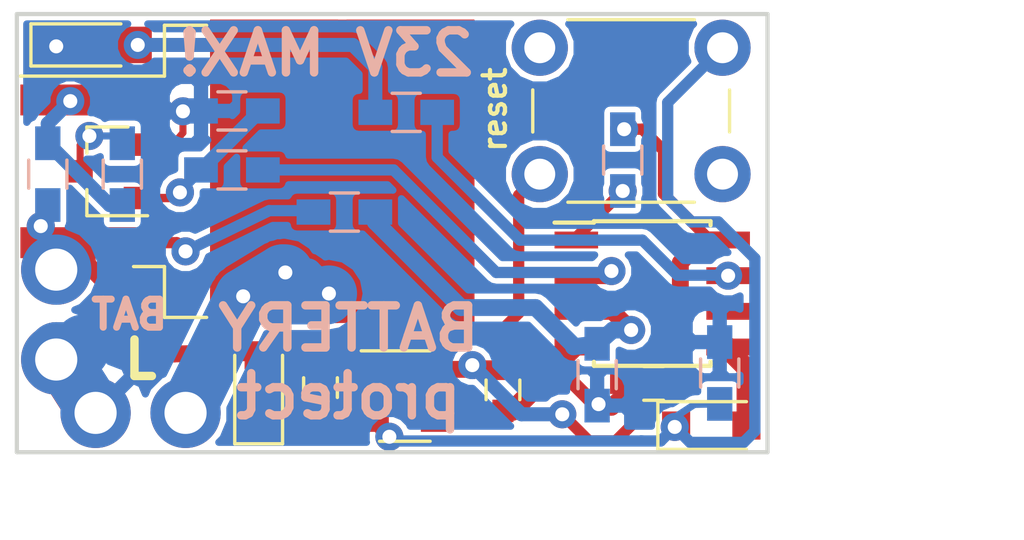
<source format=kicad_pcb>
(kicad_pcb (version 4) (host pcbnew 4.0.7)

  (general
    (links 44)
    (no_connects 2)
    (area 172.324999 106.824999 199.175001 122.575001)
    (thickness 0.8)
    (drawings 11)
    (tracks 187)
    (zones 0)
    (modules 22)
    (nets 18)
  )

  (page A4)
  (layers
    (0 F.Cu signal)
    (31 B.Cu signal)
    (32 B.Adhes user)
    (33 F.Adhes user)
    (34 B.Paste user)
    (35 F.Paste user)
    (36 B.SilkS user)
    (37 F.SilkS user)
    (38 B.Mask user)
    (39 F.Mask user)
    (40 Dwgs.User user)
    (41 Cmts.User user)
    (42 Eco1.User user)
    (43 Eco2.User user)
    (44 Edge.Cuts user)
    (45 Margin user)
    (46 B.CrtYd user)
    (47 F.CrtYd user)
    (48 B.Fab user)
    (49 F.Fab user)
  )

  (setup
    (last_trace_width 0.25)
    (user_trace_width 0.3)
    (user_trace_width 0.4)
    (user_trace_width 0.5)
    (user_trace_width 0.6)
    (user_trace_width 0.7)
    (user_trace_width 0.8)
    (user_trace_width 1)
    (user_trace_width 2)
    (trace_clearance 0.2)
    (zone_clearance 0.15)
    (zone_45_only no)
    (trace_min 0.2)
    (segment_width 0.2)
    (edge_width 0.15)
    (via_size 1)
    (via_drill 0.5)
    (via_min_size 0.4)
    (via_min_drill 0.3)
    (user_via 1 0.5)
    (uvia_size 0.3)
    (uvia_drill 0.1)
    (uvias_allowed no)
    (uvia_min_size 0.2)
    (uvia_min_drill 0.1)
    (pcb_text_width 0.3)
    (pcb_text_size 1.5 1.5)
    (mod_edge_width 0.15)
    (mod_text_size 1 1)
    (mod_text_width 0.15)
    (pad_size 1.524 1.524)
    (pad_drill 0.762)
    (pad_to_mask_clearance 0.1)
    (aux_axis_origin 0 0)
    (visible_elements 7FFFFF7F)
    (pcbplotparams
      (layerselection 0x00030_80000001)
      (usegerberextensions false)
      (excludeedgelayer true)
      (linewidth 0.100000)
      (plotframeref false)
      (viasonmask false)
      (mode 1)
      (useauxorigin false)
      (hpglpennumber 1)
      (hpglpenspeed 20)
      (hpglpendiameter 15)
      (hpglpenoverlay 2)
      (psnegative false)
      (psa4output false)
      (plotreference true)
      (plotvalue true)
      (plotinvisibletext false)
      (padsonsilk false)
      (subtractmaskfromsilk false)
      (outputformat 1)
      (mirror false)
      (drillshape 1)
      (scaleselection 1)
      (outputdirectory ""))
  )

  (net 0 "")
  (net 1 "Net-(C1-Pad1)")
  (net 2 GND)
  (net 3 "Net-(C2-Pad1)")
  (net 4 "Net-(D1-Pad2)")
  (net 5 +BATT)
  (net 6 "Net-(D3-Pad1)")
  (net 7 "Net-(D3-Pad2)")
  (net 8 "Net-(J2-Pad1)")
  (net 9 "Net-(R3-Pad2)")
  (net 10 "Net-(R5-Pad1)")
  (net 11 "Net-(R6-Pad2)")
  (net 12 "Net-(R7-Pad2)")
  (net 13 "Net-(U1-Pad6)")
  (net 14 "Net-(Q1-Pad1)")
  (net 15 "Net-(Q2-Pad1)")
  (net 16 "Net-(Q2-Pad3)")
  (net 17 "Net-(U2-Pad4)")

  (net_class Default "This is the default net class."
    (clearance 0.2)
    (trace_width 0.25)
    (via_dia 1)
    (via_drill 0.5)
    (uvia_dia 0.3)
    (uvia_drill 0.1)
    (add_net +BATT)
    (add_net GND)
    (add_net "Net-(C1-Pad1)")
    (add_net "Net-(C2-Pad1)")
    (add_net "Net-(D1-Pad2)")
    (add_net "Net-(D3-Pad1)")
    (add_net "Net-(D3-Pad2)")
    (add_net "Net-(J2-Pad1)")
    (add_net "Net-(Q1-Pad1)")
    (add_net "Net-(Q2-Pad1)")
    (add_net "Net-(Q2-Pad3)")
    (add_net "Net-(R3-Pad2)")
    (add_net "Net-(R5-Pad1)")
    (add_net "Net-(R6-Pad2)")
    (add_net "Net-(R7-Pad2)")
    (add_net "Net-(U1-Pad6)")
    (add_net "Net-(U2-Pad4)")
  )

  (module KiCad_custom:Conn2pin_2.54mm (layer F.Cu) (tedit 59F890A9) (tstamp 59C3BCF9)
    (at 173.8 117.6 90)
    (path /59C3AE18)
    (fp_text reference J1 (at -0.1 -2.1 90) (layer F.SilkS) hide
      (effects (font (size 1 1) (thickness 0.15)))
    )
    (fp_text value Bat (at 0 2.1 90) (layer F.Fab)
      (effects (font (size 1 1) (thickness 0.15)))
    )
    (pad 1 thru_hole circle (at -1.6 0 90) (size 2.5 2.5) (drill 1.5) (layers *.Cu *.Mask)
      (net 2 GND))
    (pad 2 thru_hole circle (at 1.6 0 90) (size 2.5 2.5) (drill 1.5) (layers *.Cu *.Mask)
      (net 5 +BATT))
  )

  (module KiCad_custom:Conn2pin_2.54mm (layer F.Cu) (tedit 59F88FDE) (tstamp 59C3BCFF)
    (at 176.8 121.1 180)
    (path /59C3AEB7)
    (fp_text reference J2 (at -0.1 -2.1 180) (layer F.SilkS) hide
      (effects (font (size 1 1) (thickness 0.15)))
    )
    (fp_text value Load (at 0.3 -2.3 360) (layer F.Fab)
      (effects (font (size 1 1) (thickness 0.15)))
    )
    (pad 1 thru_hole circle (at -1.6 0 180) (size 2.5 2.5) (drill 1.5) (layers *.Cu *.Mask)
      (net 8 "Net-(J2-Pad1)"))
    (pad 2 thru_hole circle (at 1.6 0 180) (size 2.5 2.5) (drill 1.5) (layers *.Cu *.Mask)
      (net 2 GND))
  )

  (module Capacitors_SMD:C_0603_HandSoldering (layer F.Cu) (tedit 59C8A7A6) (tstamp 59C3BC6D)
    (at 195.05 120.05 180)
    (descr "Capacitor SMD 0603, hand soldering")
    (tags "capacitor 0603")
    (path /59C3D974)
    (attr smd)
    (fp_text reference C2 (at 0 -1.25 180) (layer F.SilkS) hide
      (effects (font (size 1 1) (thickness 0.15)))
    )
    (fp_text value 100n (at 0 1.5 180) (layer F.Fab) hide
      (effects (font (size 1 1) (thickness 0.15)))
    )
    (fp_text user %R (at 0 -1.25 180) (layer F.Fab) hide
      (effects (font (size 1 1) (thickness 0.15)))
    )
    (fp_line (start -0.8 0.4) (end -0.8 -0.4) (layer F.Fab) (width 0.1))
    (fp_line (start 0.8 0.4) (end -0.8 0.4) (layer F.Fab) (width 0.1))
    (fp_line (start 0.8 -0.4) (end 0.8 0.4) (layer F.Fab) (width 0.1))
    (fp_line (start -0.8 -0.4) (end 0.8 -0.4) (layer F.Fab) (width 0.1))
    (fp_line (start -0.35 -0.6) (end 0.35 -0.6) (layer F.SilkS) (width 0.12))
    (fp_line (start 0.35 0.6) (end -0.35 0.6) (layer F.SilkS) (width 0.12))
    (fp_line (start -1.8 -0.65) (end 1.8 -0.65) (layer F.CrtYd) (width 0.05))
    (fp_line (start -1.8 -0.65) (end -1.8 0.65) (layer F.CrtYd) (width 0.05))
    (fp_line (start 1.8 0.65) (end 1.8 -0.65) (layer F.CrtYd) (width 0.05))
    (fp_line (start 1.8 0.65) (end -1.8 0.65) (layer F.CrtYd) (width 0.05))
    (pad 1 smd rect (at -0.95 0 180) (size 1.2 0.75) (layers F.Cu F.Paste F.Mask)
      (net 3 "Net-(C2-Pad1)"))
    (pad 2 smd rect (at 0.95 0 180) (size 1.2 0.75) (layers F.Cu F.Paste F.Mask)
      (net 2 GND))
    (model Capacitors_SMD.3dshapes/C_0603.wrl
      (at (xyz 0 0 0))
      (scale (xyz 1 1 1))
      (rotate (xyz 0 0 0))
    )
  )

  (module LEDs:LED_0805_HandSoldering (layer F.Cu) (tedit 59C8A754) (tstamp 59C3BC93)
    (at 175.1 108)
    (descr "Resistor SMD 0805, hand soldering")
    (tags "resistor 0805")
    (path /59C3E529)
    (attr smd)
    (fp_text reference D1 (at 0 -1.7) (layer F.SilkS) hide
      (effects (font (size 1 1) (thickness 0.15)))
    )
    (fp_text value LED (at 0 1.75) (layer F.Fab) hide
      (effects (font (size 1 1) (thickness 0.15)))
    )
    (fp_line (start -0.4 -0.4) (end -0.4 0.4) (layer F.Fab) (width 0.1))
    (fp_line (start -0.4 0) (end 0.2 -0.4) (layer F.Fab) (width 0.1))
    (fp_line (start 0.2 0.4) (end -0.4 0) (layer F.Fab) (width 0.1))
    (fp_line (start 0.2 -0.4) (end 0.2 0.4) (layer F.Fab) (width 0.1))
    (fp_line (start -1 0.62) (end -1 -0.62) (layer F.Fab) (width 0.1))
    (fp_line (start 1 0.62) (end -1 0.62) (layer F.Fab) (width 0.1))
    (fp_line (start 1 -0.62) (end 1 0.62) (layer F.Fab) (width 0.1))
    (fp_line (start -1 -0.62) (end 1 -0.62) (layer F.Fab) (width 0.1))
    (fp_line (start 1 0.75) (end -2.2 0.75) (layer F.SilkS) (width 0.12))
    (fp_line (start -2.2 -0.75) (end 1 -0.75) (layer F.SilkS) (width 0.12))
    (fp_line (start -2.35 -0.9) (end 2.35 -0.9) (layer F.CrtYd) (width 0.05))
    (fp_line (start -2.35 -0.9) (end -2.35 0.9) (layer F.CrtYd) (width 0.05))
    (fp_line (start 2.35 0.9) (end 2.35 -0.9) (layer F.CrtYd) (width 0.05))
    (fp_line (start 2.35 0.9) (end -2.35 0.9) (layer F.CrtYd) (width 0.05))
    (fp_line (start -2.2 -0.75) (end -2.2 0.75) (layer F.SilkS) (width 0.12))
    (pad 1 smd rect (at -1.35 0) (size 1.5 1.3) (layers F.Cu F.Paste F.Mask)
      (net 2 GND))
    (pad 2 smd rect (at 1.35 0) (size 1.5 1.3) (layers F.Cu F.Paste F.Mask)
      (net 4 "Net-(D1-Pad2)"))
    (model ${KISYS3DMOD}/LEDs.3dshapes/LED_0805.wrl
      (at (xyz 0 0 0))
      (scale (xyz 1 1 1))
      (rotate (xyz 0 0 0))
    )
  )

  (module Diodes_SMD:D_SOD-323_HandSoldering (layer F.Cu) (tedit 59C8ACEA) (tstamp 59C3BCAB)
    (at 181 120.3 90)
    (descr SOD-323)
    (tags SOD-323)
    (path /59C3CB00)
    (attr smd)
    (fp_text reference D2 (at 0 -1.85 90) (layer F.SilkS) hide
      (effects (font (size 1 1) (thickness 0.15)))
    )
    (fp_text value D (at 0.1 1.9 90) (layer F.Fab) hide
      (effects (font (size 1 1) (thickness 0.15)))
    )
    (fp_text user %R (at 0 -1.85 90) (layer F.Fab) hide
      (effects (font (size 1 1) (thickness 0.15)))
    )
    (fp_line (start -1.9 -0.85) (end -1.9 0.85) (layer F.SilkS) (width 0.12))
    (fp_line (start 0.2 0) (end 0.45 0) (layer F.Fab) (width 0.1))
    (fp_line (start 0.2 0.35) (end -0.3 0) (layer F.Fab) (width 0.1))
    (fp_line (start 0.2 -0.35) (end 0.2 0.35) (layer F.Fab) (width 0.1))
    (fp_line (start -0.3 0) (end 0.2 -0.35) (layer F.Fab) (width 0.1))
    (fp_line (start -0.3 0) (end -0.5 0) (layer F.Fab) (width 0.1))
    (fp_line (start -0.3 -0.35) (end -0.3 0.35) (layer F.Fab) (width 0.1))
    (fp_line (start -0.9 0.7) (end -0.9 -0.7) (layer F.Fab) (width 0.1))
    (fp_line (start 0.9 0.7) (end -0.9 0.7) (layer F.Fab) (width 0.1))
    (fp_line (start 0.9 -0.7) (end 0.9 0.7) (layer F.Fab) (width 0.1))
    (fp_line (start -0.9 -0.7) (end 0.9 -0.7) (layer F.Fab) (width 0.1))
    (fp_line (start -2 -0.95) (end 2 -0.95) (layer F.CrtYd) (width 0.05))
    (fp_line (start 2 -0.95) (end 2 0.95) (layer F.CrtYd) (width 0.05))
    (fp_line (start -2 0.95) (end 2 0.95) (layer F.CrtYd) (width 0.05))
    (fp_line (start -2 -0.95) (end -2 0.95) (layer F.CrtYd) (width 0.05))
    (fp_line (start -1.9 0.85) (end 1.25 0.85) (layer F.SilkS) (width 0.12))
    (fp_line (start -1.9 -0.85) (end 1.25 -0.85) (layer F.SilkS) (width 0.12))
    (pad 1 smd rect (at -1.25 0 90) (size 1 1) (layers F.Cu F.Paste F.Mask)
      (net 1 "Net-(C1-Pad1)"))
    (pad 2 smd rect (at 1.25 0 90) (size 1 1) (layers F.Cu F.Paste F.Mask)
      (net 5 +BATT))
    (model ${KISYS3DMOD}/Diodes_SMD.3dshapes/D_SOD-323.wrl
      (at (xyz 0 0 0))
      (scale (xyz 1 1 1))
      (rotate (xyz 0 0 0))
    )
  )

  (module Diodes_SMD:D_SOD-323_HandSoldering (layer F.Cu) (tedit 59C8AD2A) (tstamp 59C3BCC3)
    (at 197.1 121.55)
    (descr SOD-323)
    (tags SOD-323)
    (path /59C3D1B2)
    (attr smd)
    (fp_text reference D3 (at 0 -1.85) (layer F.SilkS) hide
      (effects (font (size 1 1) (thickness 0.15)))
    )
    (fp_text value D (at 0.1 1.9) (layer F.Fab) hide
      (effects (font (size 1 1) (thickness 0.15)))
    )
    (fp_text user %R (at 0 -1.85) (layer F.Fab) hide
      (effects (font (size 1 1) (thickness 0.15)))
    )
    (fp_line (start -1.9 -0.85) (end -1.9 0.85) (layer F.SilkS) (width 0.12))
    (fp_line (start 0.2 0) (end 0.45 0) (layer F.Fab) (width 0.1))
    (fp_line (start 0.2 0.35) (end -0.3 0) (layer F.Fab) (width 0.1))
    (fp_line (start 0.2 -0.35) (end 0.2 0.35) (layer F.Fab) (width 0.1))
    (fp_line (start -0.3 0) (end 0.2 -0.35) (layer F.Fab) (width 0.1))
    (fp_line (start -0.3 0) (end -0.5 0) (layer F.Fab) (width 0.1))
    (fp_line (start -0.3 -0.35) (end -0.3 0.35) (layer F.Fab) (width 0.1))
    (fp_line (start -0.9 0.7) (end -0.9 -0.7) (layer F.Fab) (width 0.1))
    (fp_line (start 0.9 0.7) (end -0.9 0.7) (layer F.Fab) (width 0.1))
    (fp_line (start 0.9 -0.7) (end 0.9 0.7) (layer F.Fab) (width 0.1))
    (fp_line (start -0.9 -0.7) (end 0.9 -0.7) (layer F.Fab) (width 0.1))
    (fp_line (start -2 -0.95) (end 2 -0.95) (layer F.CrtYd) (width 0.05))
    (fp_line (start 2 -0.95) (end 2 0.95) (layer F.CrtYd) (width 0.05))
    (fp_line (start -2 0.95) (end 2 0.95) (layer F.CrtYd) (width 0.05))
    (fp_line (start -2 -0.95) (end -2 0.95) (layer F.CrtYd) (width 0.05))
    (fp_line (start -1.9 0.85) (end 1.25 0.85) (layer F.SilkS) (width 0.12))
    (fp_line (start -1.9 -0.85) (end 1.25 -0.85) (layer F.SilkS) (width 0.12))
    (pad 1 smd rect (at -1.25 0) (size 1 1) (layers F.Cu F.Paste F.Mask)
      (net 6 "Net-(D3-Pad1)"))
    (pad 2 smd rect (at 1.25 0) (size 1 1) (layers F.Cu F.Paste F.Mask)
      (net 7 "Net-(D3-Pad2)"))
    (model ${KISYS3DMOD}/Diodes_SMD.3dshapes/D_SOD-323.wrl
      (at (xyz 0 0 0))
      (scale (xyz 1 1 1))
      (rotate (xyz 0 0 0))
    )
  )

  (module TO_SOT_Packages_SMD:SOT-23 (layer F.Cu) (tedit 59C8A59D) (tstamp 59C3BD32)
    (at 175.65 112.5 180)
    (descr "SOT-23, Standard")
    (tags SOT-23)
    (path /59C91330)
    (attr smd)
    (fp_text reference Q2 (at 0 -2.5 180) (layer F.SilkS) hide
      (effects (font (size 1 1) (thickness 0.15)))
    )
    (fp_text value SI2308 (at 0 2.5 180) (layer F.Fab) hide
      (effects (font (size 1 1) (thickness 0.15)))
    )
    (fp_text user %R (at 0 0 270) (layer F.Fab)
      (effects (font (size 0.5 0.5) (thickness 0.075)))
    )
    (fp_line (start -0.7 -0.95) (end -0.7 1.5) (layer F.Fab) (width 0.1))
    (fp_line (start -0.15 -1.52) (end 0.7 -1.52) (layer F.Fab) (width 0.1))
    (fp_line (start -0.7 -0.95) (end -0.15 -1.52) (layer F.Fab) (width 0.1))
    (fp_line (start 0.7 -1.52) (end 0.7 1.52) (layer F.Fab) (width 0.1))
    (fp_line (start -0.7 1.52) (end 0.7 1.52) (layer F.Fab) (width 0.1))
    (fp_line (start 0.76 1.58) (end 0.76 0.65) (layer F.SilkS) (width 0.12))
    (fp_line (start 0.76 -1.58) (end 0.76 -0.65) (layer F.SilkS) (width 0.12))
    (fp_line (start -1.7 -1.75) (end 1.7 -1.75) (layer F.CrtYd) (width 0.05))
    (fp_line (start 1.7 -1.75) (end 1.7 1.75) (layer F.CrtYd) (width 0.05))
    (fp_line (start 1.7 1.75) (end -1.7 1.75) (layer F.CrtYd) (width 0.05))
    (fp_line (start -1.7 1.75) (end -1.7 -1.75) (layer F.CrtYd) (width 0.05))
    (fp_line (start 0.76 -1.58) (end -1.4 -1.58) (layer F.SilkS) (width 0.12))
    (fp_line (start 0.76 1.58) (end -0.7 1.58) (layer F.SilkS) (width 0.12))
    (pad 1 smd rect (at -1 -0.95 180) (size 0.9 0.8) (layers F.Cu F.Paste F.Mask)
      (net 15 "Net-(Q2-Pad1)"))
    (pad 2 smd rect (at -1 0.95 180) (size 0.9 0.8) (layers F.Cu F.Paste F.Mask)
      (net 2 GND))
    (pad 3 smd rect (at 1 0 180) (size 0.9 0.8) (layers F.Cu F.Paste F.Mask)
      (net 16 "Net-(Q2-Pad3)"))
    (model ${KISYS3DMOD}/TO_SOT_Packages_SMD.3dshapes/SOT-23.wrl
      (at (xyz 0 0 0))
      (scale (xyz 1 1 1))
      (rotate (xyz 0 0 0))
    )
  )

  (module Resistors_SMD:R_0603_HandSoldering (layer B.Cu) (tedit 59C8A57C) (tstamp 59C3BD43)
    (at 173.5 112.6 90)
    (descr "Resistor SMD 0603, hand soldering")
    (tags "resistor 0603")
    (path /59C3B1C9)
    (attr smd)
    (fp_text reference R1 (at 0 1.45 90) (layer B.SilkS) hide
      (effects (font (size 1 1) (thickness 0.15)) (justify mirror))
    )
    (fp_text value 100K (at 0 -1.55 90) (layer B.Fab) hide
      (effects (font (size 1 1) (thickness 0.15)) (justify mirror))
    )
    (fp_text user %R (at 0 0 90) (layer B.Fab)
      (effects (font (size 0.4 0.4) (thickness 0.075)) (justify mirror))
    )
    (fp_line (start -0.8 -0.4) (end -0.8 0.4) (layer B.Fab) (width 0.1))
    (fp_line (start 0.8 -0.4) (end -0.8 -0.4) (layer B.Fab) (width 0.1))
    (fp_line (start 0.8 0.4) (end 0.8 -0.4) (layer B.Fab) (width 0.1))
    (fp_line (start -0.8 0.4) (end 0.8 0.4) (layer B.Fab) (width 0.1))
    (fp_line (start 0.5 -0.68) (end -0.5 -0.68) (layer B.SilkS) (width 0.12))
    (fp_line (start -0.5 0.68) (end 0.5 0.68) (layer B.SilkS) (width 0.12))
    (fp_line (start -1.96 0.7) (end 1.95 0.7) (layer B.CrtYd) (width 0.05))
    (fp_line (start -1.96 0.7) (end -1.96 -0.7) (layer B.CrtYd) (width 0.05))
    (fp_line (start 1.95 -0.7) (end 1.95 0.7) (layer B.CrtYd) (width 0.05))
    (fp_line (start 1.95 -0.7) (end -1.96 -0.7) (layer B.CrtYd) (width 0.05))
    (pad 1 smd rect (at -1.1 0 90) (size 1.2 0.9) (layers B.Cu B.Paste B.Mask)
      (net 5 +BATT))
    (pad 2 smd rect (at 1.1 0 90) (size 1.2 0.9) (layers B.Cu B.Paste B.Mask)
      (net 14 "Net-(Q1-Pad1)"))
    (model ${KISYS3DMOD}/Resistors_SMD.3dshapes/R_0603.wrl
      (at (xyz 0 0 0))
      (scale (xyz 1 1 1))
      (rotate (xyz 0 0 0))
    )
  )

  (module Resistors_SMD:R_0603_HandSoldering (layer B.Cu) (tedit 59C3D2BA) (tstamp 59C3BD54)
    (at 180.05 110.35 180)
    (descr "Resistor SMD 0603, hand soldering")
    (tags "resistor 0603")
    (path /59C3B2A8)
    (attr smd)
    (fp_text reference R2 (at 0 1.45 180) (layer B.SilkS) hide
      (effects (font (size 1 1) (thickness 0.15)) (justify mirror))
    )
    (fp_text value 10K (at 0 -1.55 180) (layer B.Fab) hide
      (effects (font (size 1 1) (thickness 0.15)) (justify mirror))
    )
    (fp_text user %R (at 0 0 180) (layer B.Fab)
      (effects (font (size 0.4 0.4) (thickness 0.075)) (justify mirror))
    )
    (fp_line (start -0.8 -0.4) (end -0.8 0.4) (layer B.Fab) (width 0.1))
    (fp_line (start 0.8 -0.4) (end -0.8 -0.4) (layer B.Fab) (width 0.1))
    (fp_line (start 0.8 0.4) (end 0.8 -0.4) (layer B.Fab) (width 0.1))
    (fp_line (start -0.8 0.4) (end 0.8 0.4) (layer B.Fab) (width 0.1))
    (fp_line (start 0.5 -0.68) (end -0.5 -0.68) (layer B.SilkS) (width 0.12))
    (fp_line (start -0.5 0.68) (end 0.5 0.68) (layer B.SilkS) (width 0.12))
    (fp_line (start -1.96 0.7) (end 1.95 0.7) (layer B.CrtYd) (width 0.05))
    (fp_line (start -1.96 0.7) (end -1.96 -0.7) (layer B.CrtYd) (width 0.05))
    (fp_line (start 1.95 -0.7) (end 1.95 0.7) (layer B.CrtYd) (width 0.05))
    (fp_line (start 1.95 -0.7) (end -1.96 -0.7) (layer B.CrtYd) (width 0.05))
    (pad 1 smd rect (at -1.1 0 180) (size 1.2 0.9) (layers B.Cu B.Paste B.Mask)
      (net 15 "Net-(Q2-Pad1)"))
    (pad 2 smd rect (at 1.1 0 180) (size 1.2 0.9) (layers B.Cu B.Paste B.Mask)
      (net 2 GND))
    (model ${KISYS3DMOD}/Resistors_SMD.3dshapes/R_0603.wrl
      (at (xyz 0 0 0))
      (scale (xyz 1 1 1))
      (rotate (xyz 0 0 0))
    )
  )

  (module Resistors_SMD:R_0603_HandSoldering (layer B.Cu) (tedit 59C8AC1D) (tstamp 59C3BD65)
    (at 184.05 113.95)
    (descr "Resistor SMD 0603, hand soldering")
    (tags "resistor 0603")
    (path /59C3C200)
    (attr smd)
    (fp_text reference R3 (at 0 1.45) (layer B.SilkS) hide
      (effects (font (size 1 1) (thickness 0.15)) (justify mirror))
    )
    (fp_text value 12K (at 0 -1.55) (layer B.Fab) hide
      (effects (font (size 1 1) (thickness 0.15)) (justify mirror))
    )
    (fp_text user %R (at 0 0) (layer B.Fab)
      (effects (font (size 0.4 0.4) (thickness 0.075)) (justify mirror))
    )
    (fp_line (start -0.8 -0.4) (end -0.8 0.4) (layer B.Fab) (width 0.1))
    (fp_line (start 0.8 -0.4) (end -0.8 -0.4) (layer B.Fab) (width 0.1))
    (fp_line (start 0.8 0.4) (end 0.8 -0.4) (layer B.Fab) (width 0.1))
    (fp_line (start -0.8 0.4) (end 0.8 0.4) (layer B.Fab) (width 0.1))
    (fp_line (start 0.5 -0.68) (end -0.5 -0.68) (layer B.SilkS) (width 0.12))
    (fp_line (start -0.5 0.68) (end 0.5 0.68) (layer B.SilkS) (width 0.12))
    (fp_line (start -1.96 0.7) (end 1.95 0.7) (layer B.CrtYd) (width 0.05))
    (fp_line (start -1.96 0.7) (end -1.96 -0.7) (layer B.CrtYd) (width 0.05))
    (fp_line (start 1.95 -0.7) (end 1.95 0.7) (layer B.CrtYd) (width 0.05))
    (fp_line (start 1.95 -0.7) (end -1.96 -0.7) (layer B.CrtYd) (width 0.05))
    (pad 1 smd rect (at -1.1 0) (size 1.2 0.9) (layers B.Cu B.Paste B.Mask)
      (net 5 +BATT))
    (pad 2 smd rect (at 1.1 0) (size 1.2 0.9) (layers B.Cu B.Paste B.Mask)
      (net 9 "Net-(R3-Pad2)"))
    (model ${KISYS3DMOD}/Resistors_SMD.3dshapes/R_0603.wrl
      (at (xyz 0 0 0))
      (scale (xyz 1 1 1))
      (rotate (xyz 0 0 0))
    )
  )

  (module Resistors_SMD:R_0603_HandSoldering (layer B.Cu) (tedit 59C8F857) (tstamp 59C3BD76)
    (at 193.04 119.74 270)
    (descr "Resistor SMD 0603, hand soldering")
    (tags "resistor 0603")
    (path /59C3C2F8)
    (attr smd)
    (fp_text reference R4 (at 0 1.45 270) (layer B.SilkS) hide
      (effects (font (size 1 1) (thickness 0.15)) (justify mirror))
    )
    (fp_text value 3.3K (at 0 -1.55 270) (layer B.Fab) hide
      (effects (font (size 1 1) (thickness 0.15)) (justify mirror))
    )
    (fp_text user %R (at 0 0 270) (layer B.Fab)
      (effects (font (size 0.4 0.4) (thickness 0.075)) (justify mirror))
    )
    (fp_line (start -0.8 -0.4) (end -0.8 0.4) (layer B.Fab) (width 0.1))
    (fp_line (start 0.8 -0.4) (end -0.8 -0.4) (layer B.Fab) (width 0.1))
    (fp_line (start 0.8 0.4) (end 0.8 -0.4) (layer B.Fab) (width 0.1))
    (fp_line (start -0.8 0.4) (end 0.8 0.4) (layer B.Fab) (width 0.1))
    (fp_line (start 0.5 -0.68) (end -0.5 -0.68) (layer B.SilkS) (width 0.12))
    (fp_line (start -0.5 0.68) (end 0.5 0.68) (layer B.SilkS) (width 0.12))
    (fp_line (start -1.96 0.7) (end 1.95 0.7) (layer B.CrtYd) (width 0.05))
    (fp_line (start -1.96 0.7) (end -1.96 -0.7) (layer B.CrtYd) (width 0.05))
    (fp_line (start 1.95 -0.7) (end 1.95 0.7) (layer B.CrtYd) (width 0.05))
    (fp_line (start 1.95 -0.7) (end -1.96 -0.7) (layer B.CrtYd) (width 0.05))
    (pad 1 smd rect (at -1.1 0 270) (size 1.2 0.9) (layers B.Cu B.Paste B.Mask)
      (net 9 "Net-(R3-Pad2)"))
    (pad 2 smd rect (at 1.1 0 270) (size 1.2 0.9) (layers B.Cu B.Paste B.Mask)
      (net 2 GND))
    (model ${KISYS3DMOD}/Resistors_SMD.3dshapes/R_0603.wrl
      (at (xyz 0 0 0))
      (scale (xyz 1 1 1))
      (rotate (xyz 0 0 0))
    )
  )

  (module Resistors_SMD:R_0603_HandSoldering (layer B.Cu) (tedit 59C8FD39) (tstamp 59C3BD87)
    (at 180.05 112.45 180)
    (descr "Resistor SMD 0603, hand soldering")
    (tags "resistor 0603")
    (path /59C3B354)
    (attr smd)
    (fp_text reference R5 (at 0 1.45 180) (layer B.SilkS) hide
      (effects (font (size 1 1) (thickness 0.15)) (justify mirror))
    )
    (fp_text value 100 (at 0 -1.55 180) (layer B.Fab) hide
      (effects (font (size 1 1) (thickness 0.15)) (justify mirror))
    )
    (fp_text user %R (at 0 0 180) (layer B.Fab)
      (effects (font (size 0.4 0.4) (thickness 0.075)) (justify mirror))
    )
    (fp_line (start -0.8 -0.4) (end -0.8 0.4) (layer B.Fab) (width 0.1))
    (fp_line (start 0.8 -0.4) (end -0.8 -0.4) (layer B.Fab) (width 0.1))
    (fp_line (start 0.8 0.4) (end 0.8 -0.4) (layer B.Fab) (width 0.1))
    (fp_line (start -0.8 0.4) (end 0.8 0.4) (layer B.Fab) (width 0.1))
    (fp_line (start 0.5 -0.68) (end -0.5 -0.68) (layer B.SilkS) (width 0.12))
    (fp_line (start -0.5 0.68) (end 0.5 0.68) (layer B.SilkS) (width 0.12))
    (fp_line (start -1.96 0.7) (end 1.95 0.7) (layer B.CrtYd) (width 0.05))
    (fp_line (start -1.96 0.7) (end -1.96 -0.7) (layer B.CrtYd) (width 0.05))
    (fp_line (start 1.95 -0.7) (end 1.95 0.7) (layer B.CrtYd) (width 0.05))
    (fp_line (start 1.95 -0.7) (end -1.96 -0.7) (layer B.CrtYd) (width 0.05))
    (pad 1 smd rect (at -1.1 0 180) (size 1.2 0.9) (layers B.Cu B.Paste B.Mask)
      (net 10 "Net-(R5-Pad1)"))
    (pad 2 smd rect (at 1.1 0 180) (size 1.2 0.9) (layers B.Cu B.Paste B.Mask)
      (net 15 "Net-(Q2-Pad1)"))
    (model ${KISYS3DMOD}/Resistors_SMD.3dshapes/R_0603.wrl
      (at (xyz 0 0 0))
      (scale (xyz 1 1 1))
      (rotate (xyz 0 0 0))
    )
  )

  (module Resistors_SMD:R_0603_HandSoldering (layer B.Cu) (tedit 59C8ABF8) (tstamp 59C3BD98)
    (at 186.25 110.4)
    (descr "Resistor SMD 0603, hand soldering")
    (tags "resistor 0603")
    (path /59C3E7AA)
    (attr smd)
    (fp_text reference R6 (at 0 1.45) (layer B.SilkS) hide
      (effects (font (size 1 1) (thickness 0.15)) (justify mirror))
    )
    (fp_text value 330 (at 0 -1.55) (layer B.Fab) hide
      (effects (font (size 1 1) (thickness 0.15)) (justify mirror))
    )
    (fp_text user %R (at 0 0) (layer B.Fab)
      (effects (font (size 0.4 0.4) (thickness 0.075)) (justify mirror))
    )
    (fp_line (start -0.8 -0.4) (end -0.8 0.4) (layer B.Fab) (width 0.1))
    (fp_line (start 0.8 -0.4) (end -0.8 -0.4) (layer B.Fab) (width 0.1))
    (fp_line (start 0.8 0.4) (end 0.8 -0.4) (layer B.Fab) (width 0.1))
    (fp_line (start -0.8 0.4) (end 0.8 0.4) (layer B.Fab) (width 0.1))
    (fp_line (start 0.5 -0.68) (end -0.5 -0.68) (layer B.SilkS) (width 0.12))
    (fp_line (start -0.5 0.68) (end 0.5 0.68) (layer B.SilkS) (width 0.12))
    (fp_line (start -1.96 0.7) (end 1.95 0.7) (layer B.CrtYd) (width 0.05))
    (fp_line (start -1.96 0.7) (end -1.96 -0.7) (layer B.CrtYd) (width 0.05))
    (fp_line (start 1.95 -0.7) (end 1.95 0.7) (layer B.CrtYd) (width 0.05))
    (fp_line (start 1.95 -0.7) (end -1.96 -0.7) (layer B.CrtYd) (width 0.05))
    (pad 1 smd rect (at -1.1 0) (size 1.2 0.9) (layers B.Cu B.Paste B.Mask)
      (net 4 "Net-(D1-Pad2)"))
    (pad 2 smd rect (at 1.1 0) (size 1.2 0.9) (layers B.Cu B.Paste B.Mask)
      (net 11 "Net-(R6-Pad2)"))
    (model ${KISYS3DMOD}/Resistors_SMD.3dshapes/R_0603.wrl
      (at (xyz 0 0 0))
      (scale (xyz 1 1 1))
      (rotate (xyz 0 0 0))
    )
  )

  (module Resistors_SMD:R_0603_HandSoldering (layer B.Cu) (tedit 59C8ABB5) (tstamp 59C3BDA9)
    (at 193.95 112.1 270)
    (descr "Resistor SMD 0603, hand soldering")
    (tags "resistor 0603")
    (path /59C3EB2B)
    (attr smd)
    (fp_text reference R7 (at 0 1.45 270) (layer B.SilkS) hide
      (effects (font (size 1 1) (thickness 0.15)) (justify mirror))
    )
    (fp_text value 10K (at 0 -1.55 270) (layer B.Fab) hide
      (effects (font (size 1 1) (thickness 0.15)) (justify mirror))
    )
    (fp_text user %R (at 0 0 270) (layer B.Fab)
      (effects (font (size 0.4 0.4) (thickness 0.075)) (justify mirror))
    )
    (fp_line (start -0.8 -0.4) (end -0.8 0.4) (layer B.Fab) (width 0.1))
    (fp_line (start 0.8 -0.4) (end -0.8 -0.4) (layer B.Fab) (width 0.1))
    (fp_line (start 0.8 0.4) (end 0.8 -0.4) (layer B.Fab) (width 0.1))
    (fp_line (start -0.8 0.4) (end 0.8 0.4) (layer B.Fab) (width 0.1))
    (fp_line (start 0.5 -0.68) (end -0.5 -0.68) (layer B.SilkS) (width 0.12))
    (fp_line (start -0.5 0.68) (end 0.5 0.68) (layer B.SilkS) (width 0.12))
    (fp_line (start -1.96 0.7) (end 1.95 0.7) (layer B.CrtYd) (width 0.05))
    (fp_line (start -1.96 0.7) (end -1.96 -0.7) (layer B.CrtYd) (width 0.05))
    (fp_line (start 1.95 -0.7) (end 1.95 0.7) (layer B.CrtYd) (width 0.05))
    (fp_line (start 1.95 -0.7) (end -1.96 -0.7) (layer B.CrtYd) (width 0.05))
    (pad 1 smd rect (at -1.1 0 270) (size 1.2 0.9) (layers B.Cu B.Paste B.Mask)
      (net 3 "Net-(C2-Pad1)"))
    (pad 2 smd rect (at 1.1 0 270) (size 1.2 0.9) (layers B.Cu B.Paste B.Mask)
      (net 12 "Net-(R7-Pad2)"))
    (model ${KISYS3DMOD}/Resistors_SMD.3dshapes/R_0603.wrl
      (at (xyz 0 0 0))
      (scale (xyz 1 1 1))
      (rotate (xyz 0 0 0))
    )
  )

  (module Housings_SOIC:SOIC-8_3.9x4.9mm_Pitch1.27mm (layer F.Cu) (tedit 59C8ACCA) (tstamp 59C3BDE0)
    (at 195 116.85)
    (descr "8-Lead Plastic Small Outline (SN) - Narrow, 3.90 mm Body [SOIC] (see Microchip Packaging Specification 00000049BS.pdf)")
    (tags "SOIC 1.27")
    (path /59E8D549)
    (attr smd)
    (fp_text reference U1 (at 0 -3.5) (layer F.SilkS) hide
      (effects (font (size 1 1) (thickness 0.15)))
    )
    (fp_text value ATTINY13A-SU (at 0 3.5) (layer F.Fab) hide
      (effects (font (size 1 1) (thickness 0.15)))
    )
    (fp_text user %R (at 0 0) (layer F.Fab)
      (effects (font (size 1 1) (thickness 0.15)))
    )
    (fp_line (start -0.95 -2.45) (end 1.95 -2.45) (layer F.Fab) (width 0.1))
    (fp_line (start 1.95 -2.45) (end 1.95 2.45) (layer F.Fab) (width 0.1))
    (fp_line (start 1.95 2.45) (end -1.95 2.45) (layer F.Fab) (width 0.1))
    (fp_line (start -1.95 2.45) (end -1.95 -1.45) (layer F.Fab) (width 0.1))
    (fp_line (start -1.95 -1.45) (end -0.95 -2.45) (layer F.Fab) (width 0.1))
    (fp_line (start -3.73 -2.7) (end -3.73 2.7) (layer F.CrtYd) (width 0.05))
    (fp_line (start 3.73 -2.7) (end 3.73 2.7) (layer F.CrtYd) (width 0.05))
    (fp_line (start -3.73 -2.7) (end 3.73 -2.7) (layer F.CrtYd) (width 0.05))
    (fp_line (start -3.73 2.7) (end 3.73 2.7) (layer F.CrtYd) (width 0.05))
    (fp_line (start -2.075 -2.575) (end -2.075 -2.525) (layer F.SilkS) (width 0.15))
    (fp_line (start 2.075 -2.575) (end 2.075 -2.43) (layer F.SilkS) (width 0.15))
    (fp_line (start 2.075 2.575) (end 2.075 2.43) (layer F.SilkS) (width 0.15))
    (fp_line (start -2.075 2.575) (end -2.075 2.43) (layer F.SilkS) (width 0.15))
    (fp_line (start -2.075 -2.575) (end 2.075 -2.575) (layer F.SilkS) (width 0.15))
    (fp_line (start -2.075 2.575) (end 2.075 2.575) (layer F.SilkS) (width 0.15))
    (fp_line (start -2.075 -2.525) (end -3.475 -2.525) (layer F.SilkS) (width 0.15))
    (pad 1 smd rect (at -2.7 -1.905) (size 1.55 0.6) (layers F.Cu F.Paste F.Mask)
      (net 12 "Net-(R7-Pad2)"))
    (pad 2 smd rect (at -2.7 -0.635) (size 1.55 0.6) (layers F.Cu F.Paste F.Mask)
      (net 10 "Net-(R5-Pad1)"))
    (pad 3 smd rect (at -2.7 0.635) (size 1.55 0.6) (layers F.Cu F.Paste F.Mask)
      (net 9 "Net-(R3-Pad2)"))
    (pad 4 smd rect (at -2.7 1.905) (size 1.55 0.6) (layers F.Cu F.Paste F.Mask)
      (net 2 GND))
    (pad 5 smd rect (at 2.7 1.905) (size 1.55 0.6) (layers F.Cu F.Paste F.Mask)
      (net 7 "Net-(D3-Pad2)"))
    (pad 6 smd rect (at 2.7 0.635) (size 1.55 0.6) (layers F.Cu F.Paste F.Mask)
      (net 13 "Net-(U1-Pad6)"))
    (pad 7 smd rect (at 2.7 -0.635) (size 1.55 0.6) (layers F.Cu F.Paste F.Mask)
      (net 11 "Net-(R6-Pad2)"))
    (pad 8 smd rect (at 2.7 -1.905) (size 1.55 0.6) (layers F.Cu F.Paste F.Mask)
      (net 3 "Net-(C2-Pad1)"))
    (model ${KISYS3DMOD}/Housings_SOIC.3dshapes/SOIC-8_3.9x4.9mm_Pitch1.27mm.wrl
      (at (xyz 0 0 0))
      (scale (xyz 1 1 1))
      (rotate (xyz 0 0 0))
    )
  )

  (module TO_SOT_Packages_SMD:SOT-23-5 (layer F.Cu) (tedit 59C8A799) (tstamp 59C3BDF5)
    (at 186.2 120.5)
    (descr "5-pin SOT23 package")
    (tags SOT-23-5)
    (path /59C3C6B7)
    (attr smd)
    (fp_text reference U2 (at 0 -2.9) (layer F.SilkS) hide
      (effects (font (size 1 1) (thickness 0.15)))
    )
    (fp_text value MIC5235-5.0 (at 0 2.9) (layer F.Fab) hide
      (effects (font (size 1 1) (thickness 0.15)))
    )
    (fp_text user %R (at 0 0 90) (layer F.Fab)
      (effects (font (size 0.5 0.5) (thickness 0.075)))
    )
    (fp_line (start -0.9 1.61) (end 0.9 1.61) (layer F.SilkS) (width 0.12))
    (fp_line (start 0.9 -1.61) (end -1.55 -1.61) (layer F.SilkS) (width 0.12))
    (fp_line (start -1.9 -1.8) (end 1.9 -1.8) (layer F.CrtYd) (width 0.05))
    (fp_line (start 1.9 -1.8) (end 1.9 1.8) (layer F.CrtYd) (width 0.05))
    (fp_line (start 1.9 1.8) (end -1.9 1.8) (layer F.CrtYd) (width 0.05))
    (fp_line (start -1.9 1.8) (end -1.9 -1.8) (layer F.CrtYd) (width 0.05))
    (fp_line (start -0.9 -0.9) (end -0.25 -1.55) (layer F.Fab) (width 0.1))
    (fp_line (start 0.9 -1.55) (end -0.25 -1.55) (layer F.Fab) (width 0.1))
    (fp_line (start -0.9 -0.9) (end -0.9 1.55) (layer F.Fab) (width 0.1))
    (fp_line (start 0.9 1.55) (end -0.9 1.55) (layer F.Fab) (width 0.1))
    (fp_line (start 0.9 -1.55) (end 0.9 1.55) (layer F.Fab) (width 0.1))
    (pad 1 smd rect (at -1.1 -0.95) (size 1.06 0.65) (layers F.Cu F.Paste F.Mask)
      (net 1 "Net-(C1-Pad1)"))
    (pad 2 smd rect (at -1.1 0) (size 1.06 0.65) (layers F.Cu F.Paste F.Mask)
      (net 2 GND))
    (pad 3 smd rect (at -1.1 0.95) (size 1.06 0.65) (layers F.Cu F.Paste F.Mask)
      (net 6 "Net-(D3-Pad1)"))
    (pad 4 smd rect (at 1.1 0.95) (size 1.06 0.65) (layers F.Cu F.Paste F.Mask)
      (net 17 "Net-(U2-Pad4)"))
    (pad 5 smd rect (at 1.1 -0.95) (size 1.06 0.65) (layers F.Cu F.Paste F.Mask)
      (net 3 "Net-(C2-Pad1)"))
    (model ${KISYS3DMOD}/TO_SOT_Packages_SMD.3dshapes/SOT-23-5.wrl
      (at (xyz 0 0 0))
      (scale (xyz 1 1 1))
      (rotate (xyz 0 0 0))
    )
  )

  (module Buttons_Switches_THT:SW_PUSH_6mm (layer F.Cu) (tedit 59C8A66B) (tstamp 59C3BDC3)
    (at 191 108.1)
    (descr https://www.omron.com/ecb/products/pdf/en-b3f.pdf)
    (tags "tact sw push 6mm")
    (path /59C3D3AC)
    (fp_text reference SW1 (at 3.25 -2) (layer F.SilkS) hide
      (effects (font (size 1 1) (thickness 0.15)))
    )
    (fp_text value SW_DIP_x01 (at 3.75 6.7) (layer F.Fab) hide
      (effects (font (size 1 1) (thickness 0.15)))
    )
    (fp_text user %R (at 3.25 2.25) (layer F.Fab)
      (effects (font (size 1 1) (thickness 0.15)))
    )
    (fp_line (start 3.25 -0.75) (end 6.25 -0.75) (layer F.Fab) (width 0.1))
    (fp_line (start 6.25 -0.75) (end 6.25 5.25) (layer F.Fab) (width 0.1))
    (fp_line (start 6.25 5.25) (end 0.25 5.25) (layer F.Fab) (width 0.1))
    (fp_line (start 0.25 5.25) (end 0.25 -0.75) (layer F.Fab) (width 0.1))
    (fp_line (start 0.25 -0.75) (end 3.25 -0.75) (layer F.Fab) (width 0.1))
    (fp_line (start 7.75 6) (end 8 6) (layer F.CrtYd) (width 0.05))
    (fp_line (start 8 6) (end 8 5.75) (layer F.CrtYd) (width 0.05))
    (fp_line (start 7.75 -1.5) (end 8 -1.5) (layer F.CrtYd) (width 0.05))
    (fp_line (start 8 -1.5) (end 8 -1.25) (layer F.CrtYd) (width 0.05))
    (fp_line (start -1.5 -1.25) (end -1.5 -1.5) (layer F.CrtYd) (width 0.05))
    (fp_line (start -1.5 -1.5) (end -1.25 -1.5) (layer F.CrtYd) (width 0.05))
    (fp_line (start -1.5 5.75) (end -1.5 6) (layer F.CrtYd) (width 0.05))
    (fp_line (start -1.5 6) (end -1.25 6) (layer F.CrtYd) (width 0.05))
    (fp_line (start -1.25 -1.5) (end 7.75 -1.5) (layer F.CrtYd) (width 0.05))
    (fp_line (start -1.5 5.75) (end -1.5 -1.25) (layer F.CrtYd) (width 0.05))
    (fp_line (start 7.75 6) (end -1.25 6) (layer F.CrtYd) (width 0.05))
    (fp_line (start 8 -1.25) (end 8 5.75) (layer F.CrtYd) (width 0.05))
    (fp_line (start 1 5.5) (end 5.5 5.5) (layer F.SilkS) (width 0.12))
    (fp_line (start -0.25 1.5) (end -0.25 3) (layer F.SilkS) (width 0.12))
    (fp_line (start 5.5 -1) (end 1 -1) (layer F.SilkS) (width 0.12))
    (fp_line (start 6.75 3) (end 6.75 1.5) (layer F.SilkS) (width 0.12))
    (fp_circle (center 3.25 2.25) (end 1.25 2.5) (layer F.Fab) (width 0.1))
    (pad 2 thru_hole circle (at 0 4.5 90) (size 2 2) (drill 1.1) (layers *.Cu *.Mask)
      (net 1 "Net-(C1-Pad1)"))
    (pad 1 thru_hole circle (at 0 0 90) (size 2 2) (drill 1.1) (layers *.Cu *.Mask)
      (net 6 "Net-(D3-Pad1)"))
    (pad 2 thru_hole circle (at 6.5 4.5 90) (size 2 2) (drill 1.1) (layers *.Cu *.Mask)
      (net 1 "Net-(C1-Pad1)"))
    (pad 1 thru_hole circle (at 6.5 0 90) (size 2 2) (drill 1.1) (layers *.Cu *.Mask)
      (net 6 "Net-(D3-Pad1)"))
    (model ${KISYS3DMOD}/Buttons_Switches_THT.3dshapes/SW_PUSH_6mm.wrl
      (at (xyz 0.005 0 0))
      (scale (xyz 0.3937 0.3937 0.3937))
      (rotate (xyz 0 0 0))
    )
  )

  (module TO_SOT_Packages_SMD:TO-263-2 (layer F.Cu) (tedit 59C8ACF4) (tstamp 59C3BD1D)
    (at 180.6 112.5)
    (descr "TO-263 / D2PAK / DDPAK SMD package, http://www.infineon.com/cms/en/product/packages/PG-TO263/PG-TO263-3-1/")
    (tags "D2PAK DDPAK TO-263 D2PAK-3 TO-263-3 SOT-404")
    (path /59C8B6B1)
    (attr smd)
    (fp_text reference Q1 (at 0 -6.65) (layer F.SilkS) hide
      (effects (font (size 1 1) (thickness 0.15)))
    )
    (fp_text value Q_PMOS_GDS (at 0 6.65) (layer F.Fab) hide
      (effects (font (size 1 1) (thickness 0.15)))
    )
    (fp_line (start 6.5 -5) (end 7.5 -5) (layer F.Fab) (width 0.1))
    (fp_line (start 7.5 -5) (end 7.5 5) (layer F.Fab) (width 0.1))
    (fp_line (start 7.5 5) (end 6.5 5) (layer F.Fab) (width 0.1))
    (fp_line (start 6.5 -5) (end 6.5 5) (layer F.Fab) (width 0.1))
    (fp_line (start 6.5 5) (end -2.75 5) (layer F.Fab) (width 0.1))
    (fp_line (start -2.75 5) (end -2.75 -4) (layer F.Fab) (width 0.1))
    (fp_line (start -2.75 -4) (end -1.75 -5) (layer F.Fab) (width 0.1))
    (fp_line (start -1.75 -5) (end 6.5 -5) (layer F.Fab) (width 0.1))
    (fp_line (start -2.75 -3.04) (end -7.45 -3.04) (layer F.Fab) (width 0.1))
    (fp_line (start -7.45 -3.04) (end -7.45 -2.04) (layer F.Fab) (width 0.1))
    (fp_line (start -7.45 -2.04) (end -2.75 -2.04) (layer F.Fab) (width 0.1))
    (fp_line (start -2.75 2.04) (end -7.45 2.04) (layer F.Fab) (width 0.1))
    (fp_line (start -7.45 2.04) (end -7.45 3.04) (layer F.Fab) (width 0.1))
    (fp_line (start -7.45 3.04) (end -2.75 3.04) (layer F.Fab) (width 0.1))
    (fp_line (start -1.45 -5.2) (end -2.95 -5.2) (layer F.SilkS) (width 0.12))
    (fp_line (start -2.95 -5.2) (end -2.95 -3.39) (layer F.SilkS) (width 0.12))
    (fp_line (start -2.95 -3.39) (end -8.075 -3.39) (layer F.SilkS) (width 0.12))
    (fp_line (start -1.45 5.2) (end -2.95 5.2) (layer F.SilkS) (width 0.12))
    (fp_line (start -2.95 5.2) (end -2.95 3.39) (layer F.SilkS) (width 0.12))
    (fp_line (start -2.95 3.39) (end -4.05 3.39) (layer F.SilkS) (width 0.12))
    (fp_line (start -8.32 -5.65) (end -8.32 5.65) (layer F.CrtYd) (width 0.05))
    (fp_line (start -8.32 5.65) (end 8.32 5.65) (layer F.CrtYd) (width 0.05))
    (fp_line (start 8.32 5.65) (end 8.32 -5.65) (layer F.CrtYd) (width 0.05))
    (fp_line (start 8.32 -5.65) (end -8.32 -5.65) (layer F.CrtYd) (width 0.05))
    (fp_text user %R (at 0 0) (layer F.Fab)
      (effects (font (size 1 1) (thickness 0.15)))
    )
    (pad 1 smd rect (at -5.775 -2.54) (size 4.6 1.1) (layers F.Cu F.Paste F.Mask)
      (net 14 "Net-(Q1-Pad1)"))
    (pad 3 smd rect (at -5.775 2.54) (size 4.6 1.1) (layers F.Cu F.Paste F.Mask)
      (net 5 +BATT))
    (pad 2 smd rect (at 3.375 0) (size 9.4 10.8) (layers F.Cu F.Mask)
      (net 8 "Net-(J2-Pad1)"))
    (pad 2 smd rect (at 5.8 2.775) (size 4.55 5.25) (layers F.Cu F.Paste)
      (net 8 "Net-(J2-Pad1)"))
    (pad 2 smd rect (at 0.95 -2.775) (size 4.55 5.25) (layers F.Cu F.Paste)
      (net 8 "Net-(J2-Pad1)"))
    (pad 2 smd rect (at 5.8 -2.775) (size 4.55 5.25) (layers F.Cu F.Paste)
      (net 8 "Net-(J2-Pad1)"))
    (pad 2 smd rect (at 0.95 2.775) (size 4.55 5.25) (layers F.Cu F.Paste)
      (net 8 "Net-(J2-Pad1)"))
    (model ${KISYS3DMOD}/TO_SOT_Packages_SMD.3dshapes/TO-263-2.wrl
      (at (xyz 0 0 0))
      (scale (xyz 1 1 1))
      (rotate (xyz 0 0 0))
    )
  )

  (module Capacitors_SMD:C_0603 (layer F.Cu) (tedit 59C8ACF8) (tstamp 59C3BC7E)
    (at 189.69 120.28 270)
    (descr "Capacitor SMD 0603, reflow soldering, AVX (see smccp.pdf)")
    (tags "capacitor 0603")
    (path /59C3DB00)
    (attr smd)
    (fp_text reference C3 (at 0 -1.5 270) (layer F.SilkS) hide
      (effects (font (size 1 1) (thickness 0.15)))
    )
    (fp_text value 10uf (at 0 1.5 270) (layer F.Fab) hide
      (effects (font (size 1 1) (thickness 0.15)))
    )
    (fp_line (start 1.4 0.65) (end -1.4 0.65) (layer F.CrtYd) (width 0.05))
    (fp_line (start 1.4 0.65) (end 1.4 -0.65) (layer F.CrtYd) (width 0.05))
    (fp_line (start -1.4 -0.65) (end -1.4 0.65) (layer F.CrtYd) (width 0.05))
    (fp_line (start -1.4 -0.65) (end 1.4 -0.65) (layer F.CrtYd) (width 0.05))
    (fp_line (start 0.35 0.6) (end -0.35 0.6) (layer F.SilkS) (width 0.12))
    (fp_line (start -0.35 -0.6) (end 0.35 -0.6) (layer F.SilkS) (width 0.12))
    (fp_line (start -0.8 -0.4) (end 0.8 -0.4) (layer F.Fab) (width 0.1))
    (fp_line (start 0.8 -0.4) (end 0.8 0.4) (layer F.Fab) (width 0.1))
    (fp_line (start 0.8 0.4) (end -0.8 0.4) (layer F.Fab) (width 0.1))
    (fp_line (start -0.8 0.4) (end -0.8 -0.4) (layer F.Fab) (width 0.1))
    (fp_text user %R (at 0 0 270) (layer F.Fab)
      (effects (font (size 0.3 0.3) (thickness 0.075)))
    )
    (pad 2 smd rect (at 0.75 0 270) (size 0.8 0.75) (layers F.Cu F.Paste F.Mask)
      (net 2 GND))
    (pad 1 smd rect (at -0.75 0 270) (size 0.8 0.75) (layers F.Cu F.Paste F.Mask)
      (net 3 "Net-(C2-Pad1)"))
    (model Capacitors_SMD.3dshapes/C_0603.wrl
      (at (xyz 0 0 0))
      (scale (xyz 1 1 1))
      (rotate (xyz 0 0 0))
    )
  )

  (module Capacitors_SMD:C_0603 (layer F.Cu) (tedit 59F88E5A) (tstamp 59C3BC5C)
    (at 183.2 120.2 270)
    (descr "Capacitor SMD 0603, reflow soldering, AVX (see smccp.pdf)")
    (tags "capacitor 0603")
    (path /59F8B327)
    (attr smd)
    (fp_text reference C1 (at 0 -1.5 270) (layer F.SilkS) hide
      (effects (font (size 1 1) (thickness 0.15)))
    )
    (fp_text value 10uf (at 0 1.5 270) (layer F.Fab) hide
      (effects (font (size 1 1) (thickness 0.15)))
    )
    (fp_line (start 1.4 0.65) (end -1.4 0.65) (layer F.CrtYd) (width 0.05))
    (fp_line (start 1.4 0.65) (end 1.4 -0.65) (layer F.CrtYd) (width 0.05))
    (fp_line (start -1.4 -0.65) (end -1.4 0.65) (layer F.CrtYd) (width 0.05))
    (fp_line (start -1.4 -0.65) (end 1.4 -0.65) (layer F.CrtYd) (width 0.05))
    (fp_line (start 0.35 0.6) (end -0.35 0.6) (layer F.SilkS) (width 0.12))
    (fp_line (start -0.35 -0.6) (end 0.35 -0.6) (layer F.SilkS) (width 0.12))
    (fp_line (start -0.8 -0.4) (end 0.8 -0.4) (layer F.Fab) (width 0.1))
    (fp_line (start 0.8 -0.4) (end 0.8 0.4) (layer F.Fab) (width 0.1))
    (fp_line (start 0.8 0.4) (end -0.8 0.4) (layer F.Fab) (width 0.1))
    (fp_line (start -0.8 0.4) (end -0.8 -0.4) (layer F.Fab) (width 0.1))
    (fp_text user %R (at 0 0 270) (layer F.Fab)
      (effects (font (size 0.3 0.3) (thickness 0.075)))
    )
    (pad 2 smd rect (at 0.75 0 270) (size 0.8 0.75) (layers F.Cu F.Paste F.Mask)
      (net 2 GND))
    (pad 1 smd rect (at -0.75 0 270) (size 0.8 0.75) (layers F.Cu F.Paste F.Mask)
      (net 1 "Net-(C1-Pad1)"))
    (model Capacitors_SMD.3dshapes/C_0603.wrl
      (at (xyz 0 0 0))
      (scale (xyz 1 1 1))
      (rotate (xyz 0 0 0))
    )
  )

  (module Resistors_SMD:R_0603_HandSoldering (layer B.Cu) (tedit 59C8FFA0) (tstamp 59C9002A)
    (at 176.15 112.6 90)
    (descr "Resistor SMD 0603, hand soldering")
    (tags "resistor 0603")
    (path /59C90023)
    (attr smd)
    (fp_text reference R8 (at 0 1.45 90) (layer B.SilkS) hide
      (effects (font (size 1 1) (thickness 0.15)) (justify mirror))
    )
    (fp_text value 1K (at 0 -1.55 90) (layer B.Fab) hide
      (effects (font (size 1 1) (thickness 0.15)) (justify mirror))
    )
    (fp_text user %R (at 0 0 90) (layer B.Fab)
      (effects (font (size 0.4 0.4) (thickness 0.075)) (justify mirror))
    )
    (fp_line (start -0.8 -0.4) (end -0.8 0.4) (layer B.Fab) (width 0.1))
    (fp_line (start 0.8 -0.4) (end -0.8 -0.4) (layer B.Fab) (width 0.1))
    (fp_line (start 0.8 0.4) (end 0.8 -0.4) (layer B.Fab) (width 0.1))
    (fp_line (start -0.8 0.4) (end 0.8 0.4) (layer B.Fab) (width 0.1))
    (fp_line (start 0.5 -0.68) (end -0.5 -0.68) (layer B.SilkS) (width 0.12))
    (fp_line (start -0.5 0.68) (end 0.5 0.68) (layer B.SilkS) (width 0.12))
    (fp_line (start -1.96 0.7) (end 1.95 0.7) (layer B.CrtYd) (width 0.05))
    (fp_line (start -1.96 0.7) (end -1.96 -0.7) (layer B.CrtYd) (width 0.05))
    (fp_line (start 1.95 -0.7) (end 1.95 0.7) (layer B.CrtYd) (width 0.05))
    (fp_line (start 1.95 -0.7) (end -1.96 -0.7) (layer B.CrtYd) (width 0.05))
    (pad 1 smd rect (at -1.1 0 90) (size 1.2 0.9) (layers B.Cu B.Paste B.Mask)
      (net 14 "Net-(Q1-Pad1)"))
    (pad 2 smd rect (at 1.1 0 90) (size 1.2 0.9) (layers B.Cu B.Paste B.Mask)
      (net 16 "Net-(Q2-Pad3)"))
    (model ${KISYS3DMOD}/Resistors_SMD.3dshapes/R_0603.wrl
      (at (xyz 0 0 0))
      (scale (xyz 1 1 1))
      (rotate (xyz 0 0 0))
    )
  )

  (module Resistors_SMD:R_0603_HandSoldering (layer B.Cu) (tedit 59F88D77) (tstamp 59F88E79)
    (at 197.4 119.68 270)
    (descr "Resistor SMD 0603, hand soldering")
    (tags "resistor 0603")
    (path /59F8BC55)
    (attr smd)
    (fp_text reference R9 (at 0 1.45 270) (layer B.SilkS) hide
      (effects (font (size 1 1) (thickness 0.15)) (justify mirror))
    )
    (fp_text value 10K (at 0 -1.55 270) (layer B.Fab) hide
      (effects (font (size 1 1) (thickness 0.15)) (justify mirror))
    )
    (fp_text user %R (at 0 0 270) (layer B.Fab)
      (effects (font (size 0.4 0.4) (thickness 0.075)) (justify mirror))
    )
    (fp_line (start -0.8 -0.4) (end -0.8 0.4) (layer B.Fab) (width 0.1))
    (fp_line (start 0.8 -0.4) (end -0.8 -0.4) (layer B.Fab) (width 0.1))
    (fp_line (start 0.8 0.4) (end 0.8 -0.4) (layer B.Fab) (width 0.1))
    (fp_line (start -0.8 0.4) (end 0.8 0.4) (layer B.Fab) (width 0.1))
    (fp_line (start 0.5 -0.68) (end -0.5 -0.68) (layer B.SilkS) (width 0.12))
    (fp_line (start -0.5 0.68) (end 0.5 0.68) (layer B.SilkS) (width 0.12))
    (fp_line (start -1.96 0.7) (end 1.95 0.7) (layer B.CrtYd) (width 0.05))
    (fp_line (start -1.96 0.7) (end -1.96 -0.7) (layer B.CrtYd) (width 0.05))
    (fp_line (start 1.95 -0.7) (end 1.95 0.7) (layer B.CrtYd) (width 0.05))
    (fp_line (start 1.95 -0.7) (end -1.96 -0.7) (layer B.CrtYd) (width 0.05))
    (pad 1 smd rect (at -1.1 0 270) (size 1.2 0.9) (layers B.Cu B.Paste B.Mask)
      (net 2 GND))
    (pad 2 smd rect (at 1.1 0 270) (size 1.2 0.9) (layers B.Cu B.Paste B.Mask)
      (net 6 "Net-(D3-Pad1)"))
    (model ${KISYS3DMOD}/Resistors_SMD.3dshapes/R_0603.wrl
      (at (xyz 0 0 0))
      (scale (xyz 1 1 1))
      (rotate (xyz 0 0 0))
    )
  )

  (gr_text L (at 176.8 119.2) (layer F.SilkS)
    (effects (font (size 1.3 1.3) (thickness 0.3)))
  )
  (gr_text reset (at 189.4 110.3 90) (layer F.SilkS)
    (effects (font (size 0.8 0.8) (thickness 0.15)))
  )
  (gr_text "23V MAX!" (at 183.4 108.3) (layer B.SilkS)
    (effects (font (size 1.5 1.5) (thickness 0.3)) (justify mirror))
  )
  (gr_text "BATTERY\nprotect" (at 184.2 119.3) (layer B.SilkS)
    (effects (font (size 1.5 1.5) (thickness 0.3)) (justify mirror))
  )
  (gr_text BAT (at 176.4 117.6) (layer B.SilkS)
    (effects (font (size 1 1) (thickness 0.25)) (justify mirror))
  )
  (dimension 15.6 (width 0.3) (layer Dwgs.User)
    (gr_text "15,600 mm" (at 205.55 114.7 270) (layer Dwgs.User)
      (effects (font (size 1.5 1.5) (thickness 0.3)))
    )
    (feature1 (pts (xy 199.1 122.5) (xy 206.9 122.5)))
    (feature2 (pts (xy 199.1 106.9) (xy 206.9 106.9)))
    (crossbar (pts (xy 204.2 106.9) (xy 204.2 122.5)))
    (arrow1a (pts (xy 204.2 122.5) (xy 203.613579 121.373496)))
    (arrow1b (pts (xy 204.2 122.5) (xy 204.786421 121.373496)))
    (arrow2a (pts (xy 204.2 106.9) (xy 203.613579 108.026504)))
    (arrow2b (pts (xy 204.2 106.9) (xy 204.786421 108.026504)))
  )
  (dimension 26.7 (width 0.3) (layer Dwgs.User)
    (gr_text "26,700 mm" (at 185.75 126.25) (layer Dwgs.User)
      (effects (font (size 1.5 1.5) (thickness 0.3)))
    )
    (feature1 (pts (xy 199.1 122.5) (xy 199.1 127.6)))
    (feature2 (pts (xy 172.4 122.5) (xy 172.4 127.6)))
    (crossbar (pts (xy 172.4 124.9) (xy 199.1 124.9)))
    (arrow1a (pts (xy 199.1 124.9) (xy 197.973496 125.486421)))
    (arrow1b (pts (xy 199.1 124.9) (xy 197.973496 124.313579)))
    (arrow2a (pts (xy 172.4 124.9) (xy 173.526504 125.486421)))
    (arrow2b (pts (xy 172.4 124.9) (xy 173.526504 124.313579)))
  )
  (gr_line (start 172.4 122.5) (end 199.1 122.5) (angle 90) (layer Edge.Cuts) (width 0.15))
  (gr_line (start 172.4 106.9) (end 199.1 106.9) (angle 90) (layer Edge.Cuts) (width 0.15))
  (gr_line (start 199.1 122.5) (end 199.1 106.9) (angle 90) (layer Edge.Cuts) (width 0.15))
  (gr_line (start 172.4 122.5) (end 172.4 106.9) (angle 90) (layer Edge.Cuts) (width 0.15))

  (segment (start 181 121.55) (end 181.35 121.55) (width 0.6) (layer F.Cu) (net 1))
  (segment (start 181.35 121.55) (end 182.2 120.7) (width 0.6) (layer F.Cu) (net 1) (tstamp 59F8908E))
  (segment (start 182.2 120.7) (end 182.2 120) (width 0.6) (layer F.Cu) (net 1) (tstamp 59F8908F))
  (segment (start 182.2 120) (end 182.75 119.45) (width 0.6) (layer F.Cu) (net 1) (tstamp 59F89090))
  (segment (start 182.75 119.45) (end 183.2 119.45) (width 0.6) (layer F.Cu) (net 1) (tstamp 59F89091))
  (segment (start 183.2 119.45) (end 185.03 119.48) (width 0.6) (layer F.Cu) (net 1) (status 20))
  (segment (start 185.03 119.48) (end 185.1 119.55) (width 0.6) (layer F.Cu) (net 1) (tstamp 59F89045) (status 30))
  (segment (start 185.1 119.55) (end 185.1 119.3) (width 0.4) (layer F.Cu) (net 1) (status 30))
  (segment (start 185.1 119.3) (end 186.3 118.45) (width 0.4) (layer F.Cu) (net 1) (tstamp 59C8FA92) (status 10))
  (segment (start 190.25 113.35) (end 191 112.6) (width 0.4) (layer F.Cu) (net 1) (tstamp 59C8FA9E))
  (segment (start 190.25 117.55) (end 190.25 113.35) (width 0.4) (layer F.Cu) (net 1) (tstamp 59C8FA9D))
  (segment (start 189.35 118.45) (end 190.25 117.55) (width 0.4) (layer F.Cu) (net 1) (tstamp 59C8FA99))
  (segment (start 186.3 118.45) (end 189.35 118.45) (width 0.4) (layer F.Cu) (net 1) (tstamp 59C8FA93))
  (segment (start 183.2 120.95) (end 183.65 120.95) (width 0.6) (layer F.Cu) (net 2))
  (segment (start 184.13 120.47) (end 185.1 120.5) (width 0.6) (layer F.Cu) (net 2) (tstamp 59F89049) (status 20))
  (segment (start 183.65 120.95) (end 184.13 120.47) (width 0.6) (layer F.Cu) (net 2) (tstamp 59F89048))
  (segment (start 189.69 121.03) (end 190.025 121.03) (width 0.7) (layer F.Cu) (net 2))
  (segment (start 190.025 121.03) (end 191.505 119.55) (width 0.7) (layer F.Cu) (net 2) (tstamp 59F88F97))
  (segment (start 185.13 120.53) (end 188.38 120.5) (width 0.6) (layer F.Cu) (net 2) (tstamp 59F88F92) (status 10))
  (segment (start 188.38 120.5) (end 188.91 121.03) (width 0.6) (layer F.Cu) (net 2) (tstamp 59F88F93))
  (segment (start 188.91 121.03) (end 189.69 121.03) (width 0.6) (layer F.Cu) (net 2) (tstamp 59F88F94))
  (segment (start 178.308 111.125) (end 177.95 111.55) (width 0.25) (layer F.Cu) (net 2))
  (via (at 178.308 110.363) (size 1) (drill 0.5) (layers F.Cu B.Cu) (net 2) (status 30))
  (segment (start 178.358 110.313) (end 178.308 110.363) (width 0.5) (layer B.Cu) (net 2) (tstamp 59C8FA08) (status 30))
  (segment (start 178.308 110.363) (end 178.308 111.125) (width 0.25) (layer F.Cu) (net 2))
  (segment (start 177.95 111.55) (end 176.65 111.55) (width 0.25) (layer F.Cu) (net 2) (tstamp 59E703E1))
  (segment (start 173.8 118.87) (end 174.68 118.87) (width 2) (layer B.Cu) (net 2) (status 30))
  (segment (start 174.68 118.87) (end 174.75 118.6) (width 2) (layer B.Cu) (net 2) (tstamp 59C8FB5C) (status 30))
  (segment (start 175.23 121.1) (end 173.83 118.9) (width 2) (layer B.Cu) (net 2) (status 20))
  (segment (start 173.83 118.9) (end 173.8 118.87) (width 2) (layer B.Cu) (net 2) (tstamp 59C8FB43) (status 30))
  (segment (start 173.8 118.87) (end 175.2 121.07) (width 2) (layer F.Cu) (net 2) (status 10))
  (segment (start 175.2 121.07) (end 175.23 121.1) (width 2) (layer F.Cu) (net 2) (tstamp 59C8FB3E) (status 30))
  (via (at 173.8 108.05) (size 1) (drill 0.5) (layers F.Cu B.Cu) (net 2))
  (segment (start 173.8 108.05) (end 173.75 108) (width 0.5) (layer F.Cu) (net 2) (tstamp 59C8FA12))
  (segment (start 178.358 110.313) (end 178.508 110.313) (width 0.5) (layer B.Cu) (net 2) (tstamp 59C8FA09) (status 30))
  (segment (start 193.05 120.9) (end 191.7 119.55) (width 0.5) (layer F.Cu) (net 2))
  (segment (start 191.7 119.55) (end 191.505 119.55) (width 0.5) (layer F.Cu) (net 2) (tstamp 59C8F8D0))
  (segment (start 194.1 120.05) (end 194.1 120.35) (width 0.6) (layer F.Cu) (net 2))
  (segment (start 194.1 120.35) (end 193.55 120.9) (width 0.6) (layer F.Cu) (net 2) (tstamp 59C8F6F1))
  (segment (start 193.55 120.9) (end 193.05 120.9) (width 0.6) (layer F.Cu) (net 2) (tstamp 59C8F6F5))
  (via (at 193.09 120.79) (size 1) (drill 0.5) (layers F.Cu B.Cu) (net 2) (status 30))
  (segment (start 193.09 120.79) (end 193.04 120.84) (width 0.6) (layer B.Cu) (net 2) (tstamp 59C8F6F8) (status 30))
  (segment (start 191.505 119.55) (end 192.3 118.755) (width 0.6) (layer F.Cu) (net 2) (tstamp 59C8F4D6))
  (segment (start 188.6 119.4) (end 188.73 119.53) (width 0.6) (layer F.Cu) (net 3))
  (segment (start 188.73 119.53) (end 189.69 119.53) (width 0.6) (layer F.Cu) (net 3) (tstamp 59F88F8F))
  (segment (start 196 120.05) (end 195.55 120.5) (width 0.4) (layer F.Cu) (net 3))
  (segment (start 188.6 119.4) (end 188.7 119.4) (width 0.5) (layer F.Cu) (net 3) (tstamp 59C8F8BB))
  (via (at 188.6 119.4) (size 1) (drill 0.5) (layers F.Cu B.Cu) (net 3))
  (segment (start 190.35 121.15) (end 188.6 119.4) (width 0.5) (layer B.Cu) (net 3) (tstamp 59C8F8B0))
  (segment (start 191.8 121.15) (end 190.35 121.15) (width 0.5) (layer B.Cu) (net 3) (tstamp 59C8F8AF))
  (via (at 191.8 121.15) (size 1) (drill 0.5) (layers F.Cu B.Cu) (net 3))
  (segment (start 192.75 122.1) (end 191.8 121.15) (width 0.4) (layer F.Cu) (net 3) (tstamp 59C8F8A7))
  (segment (start 193.7 122.1) (end 192.75 122.1) (width 0.4) (layer F.Cu) (net 3) (tstamp 59C8F8A4))
  (segment (start 195.25 120.55) (end 193.7 122.1) (width 0.4) (layer F.Cu) (net 3) (tstamp 59C8F8A2))
  (segment (start 195.25 120.5) (end 195.25 120.55) (width 0.4) (layer F.Cu) (net 3) (tstamp 59C8F88B))
  (segment (start 195.3 120.5) (end 195.25 120.5) (width 0.4) (layer F.Cu) (net 3) (tstamp 59C8F882))
  (segment (start 195.55 120.5) (end 195.3 120.5) (width 0.4) (layer F.Cu) (net 3) (tstamp 59C8F87C))
  (segment (start 188.7 119.4) (end 188.85 119.55) (width 0.5) (layer F.Cu) (net 3) (tstamp 59C8F8BC))
  (segment (start 197.7 114.945) (end 197.045 114.945) (width 0.4) (layer F.Cu) (net 3))
  (segment (start 197.045 114.945) (end 195.4 113.3) (width 0.4) (layer F.Cu) (net 3) (tstamp 59C8F74B))
  (segment (start 194 111) (end 193.95 111) (width 0.4) (layer B.Cu) (net 3) (tstamp 59C8F751))
  (via (at 194 111) (size 1) (drill 0.5) (layers F.Cu B.Cu) (net 3))
  (segment (start 194.65 111) (end 194 111) (width 0.4) (layer F.Cu) (net 3) (tstamp 59C8F74F))
  (segment (start 195.4 111.75) (end 194.65 111) (width 0.4) (layer F.Cu) (net 3) (tstamp 59C8F74E))
  (segment (start 195.4 113.3) (end 195.4 111.75) (width 0.4) (layer F.Cu) (net 3) (tstamp 59C8F74C))
  (segment (start 197.7 114.945) (end 196.805 114.945) (width 0.6) (layer F.Cu) (net 3))
  (segment (start 196 115.75) (end 196 120.05) (width 0.6) (layer F.Cu) (net 3) (tstamp 59C8F6C5))
  (segment (start 196.805 114.945) (end 196 115.75) (width 0.6) (layer F.Cu) (net 3) (tstamp 59C8F6C4))
  (segment (start 187.3 119.55) (end 188.85 119.55) (width 0.6) (layer F.Cu) (net 3) (status 10))
  (segment (start 185.15 110.4) (end 185.15 108.8) (width 0.5) (layer B.Cu) (net 4))
  (segment (start 176.7 108) (end 176.45 108) (width 0.5) (layer F.Cu) (net 4) (tstamp 59C8F9FA))
  (via (at 176.7 108) (size 1) (drill 0.5) (layers F.Cu B.Cu) (net 4))
  (segment (start 184.35 108) (end 176.7 108) (width 0.5) (layer B.Cu) (net 4) (tstamp 59C8F9F8))
  (segment (start 185.15 108.8) (end 184.35 108) (width 0.5) (layer B.Cu) (net 4) (tstamp 59C8F9F7))
  (segment (start 182.9 113.9) (end 181.376316 113.9) (width 0.4) (layer B.Cu) (net 5))
  (segment (start 181.376316 113.9) (end 178.4 115.35) (width 0.4) (layer B.Cu) (net 5) (tstamp 59C8FBB8))
  (via (at 178.4 115.35) (size 1) (drill 0.5) (layers F.Cu B.Cu) (net 5))
  (segment (start 178.4 115.35) (end 178.09 115.04) (width 0.4) (layer F.Cu) (net 5) (tstamp 59C8FBBD))
  (segment (start 178.09 115.04) (end 174.825 115.04) (width 0.4) (layer F.Cu) (net 5) (tstamp 59C8FBBE))
  (segment (start 182.9 113.9) (end 182.95 113.95) (width 0.4) (layer B.Cu) (net 5) (tstamp 59C8FE31))
  (segment (start 173.5 113.7) (end 173.5 114.2) (width 0.4) (layer B.Cu) (net 5))
  (segment (start 173.5 114.2) (end 173.25 114.45) (width 0.4) (layer B.Cu) (net 5) (tstamp 59C8FD97))
  (segment (start 174.825 115.04) (end 173.94 115.04) (width 0.5) (layer F.Cu) (net 5) (status 20))
  (segment (start 173.94 115.04) (end 173.25 114.45) (width 0.5) (layer F.Cu) (net 5) (tstamp 59C8FA67) (status 10))
  (segment (start 173.25 114.45) (end 173.5 114.2) (width 0.5) (layer B.Cu) (net 5) (tstamp 59C8FA6E))
  (via (at 173.25 114.45) (size 1) (drill 0.5) (layers F.Cu B.Cu) (net 5))
  (segment (start 173.8 116.33) (end 173.8 116.165) (width 1) (layer F.Cu) (net 5) (status 30))
  (segment (start 173.8 116.165) (end 174.825 115.04) (width 1) (layer F.Cu) (net 5) (tstamp 59C8F4BC) (status 10))
  (segment (start 181 118.95) (end 178.001695 119.001695) (width 0.6) (layer F.Cu) (net 5) (status 10))
  (segment (start 174.925 115.825) (end 174.825 115.04) (width 0.6) (layer F.Cu) (net 5) (tstamp 59C8F4B8) (status 10))
  (segment (start 178.001695 119.001695) (end 174.925 115.825) (width 0.6) (layer F.Cu) (net 5) (tstamp 59C8F4B7) (status 20))
  (segment (start 185.1 121.45) (end 185.26 121.45) (width 0.6) (layer F.Cu) (net 6) (status 30))
  (segment (start 185.26 121.45) (end 185.65 121.95) (width 0.6) (layer F.Cu) (net 6) (tstamp 59F89060) (status 10))
  (segment (start 195.8 121.6) (end 195.8 121.26) (width 0.25) (layer B.Cu) (net 6))
  (segment (start 196.5 120.8) (end 197.4 120.78) (width 0.25) (layer B.Cu) (net 6) (tstamp 59F88ED1) (status 20))
  (segment (start 195.8 121.26) (end 196.5 120.8) (width 0.25) (layer B.Cu) (net 6) (tstamp 59F88ED0))
  (segment (start 195.8 121.6) (end 196.35 122.15) (width 0.4) (layer B.Cu) (net 6))
  (segment (start 198.25 122.15) (end 198.65 121.75) (width 0.4) (layer B.Cu) (net 6) (tstamp 59C8F75F))
  (segment (start 198.65 121.75) (end 198.65 115.6) (width 0.4) (layer B.Cu) (net 6) (tstamp 59C8F760))
  (segment (start 198.65 115.6) (end 197.35 114.3) (width 0.4) (layer B.Cu) (net 6) (tstamp 59C8F769))
  (segment (start 197.35 114.3) (end 196.4 114.3) (width 0.4) (layer B.Cu) (net 6) (tstamp 59C8F76B))
  (segment (start 196.4 114.3) (end 195.55 113.45) (width 0.4) (layer B.Cu) (net 6) (tstamp 59C8F76C))
  (segment (start 195.55 113.45) (end 195.55 110.05) (width 0.4) (layer B.Cu) (net 6) (tstamp 59C8F76E))
  (segment (start 195.55 110.05) (end 197.5 108.1) (width 0.4) (layer B.Cu) (net 6) (tstamp 59C8F771))
  (segment (start 196.35 122.15) (end 198.25 122.15) (width 0.4) (layer B.Cu) (net 6) (tstamp 59C8F879))
  (segment (start 194.6 122.1) (end 195.3 122.1) (width 0.4) (layer B.Cu) (net 6))
  (segment (start 195.8 121.6) (end 195.85 121.55) (width 0.6) (layer F.Cu) (net 6) (tstamp 59C8F6E0) (status 30))
  (via (at 195.8 121.6) (size 1) (drill 0.5) (layers F.Cu B.Cu) (net 6) (status 30))
  (segment (start 195.3 122.1) (end 195.8 121.6) (width 0.4) (layer B.Cu) (net 6) (tstamp 59C8F876))
  (via (at 185.65 121.95) (size 1) (drill 0.5) (layers F.Cu B.Cu) (net 6))
  (segment (start 185.65 121.95) (end 185.8 122.1) (width 0.4) (layer B.Cu) (net 6) (tstamp 59C8F6D7))
  (segment (start 185.8 122.1) (end 194.6 122.1) (width 0.4) (layer B.Cu) (net 6) (tstamp 59C8F6D8))
  (segment (start 194.6 122.1) (end 194.65 122.1) (width 0.4) (layer B.Cu) (net 6) (tstamp 59C8F874))
  (segment (start 197.7 118.755) (end 197.7 118.85) (width 0.7) (layer F.Cu) (net 7))
  (segment (start 197.7 118.85) (end 198.35 119.5) (width 0.7) (layer F.Cu) (net 7) (tstamp 59C8F85B))
  (segment (start 198.35 119.5) (end 198.35 121.55) (width 0.7) (layer F.Cu) (net 7) (tstamp 59C8F85C))
  (segment (start 181.95 116.1) (end 182.75 116.1) (width 1) (layer B.Cu) (net 8))
  (segment (start 182.75 116.1) (end 183.5 116.85) (width 1) (layer B.Cu) (net 8) (tstamp 59C8FE48))
  (segment (start 181.95 116.1) (end 181.85 116.1) (width 2) (layer B.Cu) (net 8))
  (segment (start 181.85 116.1) (end 180.45 116.95) (width 2) (layer B.Cu) (net 8) (tstamp 59C8FDE5))
  (segment (start 181.95 116.1) (end 183.975 113.525) (width 1) (layer F.Cu) (net 8) (tstamp 59C8FDC2))
  (via (at 181.95 116.1) (size 1) (drill 0.5) (layers F.Cu B.Cu) (net 8))
  (segment (start 183.975 113.525) (end 183.975 112.5) (width 0.4) (layer F.Cu) (net 8) (tstamp 59C8FDC3))
  (via (at 180.45 116.95) (size 1) (drill 0.5) (layers F.Cu B.Cu) (net 8))
  (segment (start 180.45 116.95) (end 183.975 113.425) (width 1) (layer F.Cu) (net 8) (tstamp 59C8FB0B))
  (segment (start 183.975 113.425) (end 183.975 112.5) (width 2) (layer F.Cu) (net 8) (tstamp 59C8FB0C))
  (segment (start 178.4 121.2) (end 178.4 121.13) (width 2) (layer B.Cu) (net 8) (status 30))
  (segment (start 178.4 121.13) (end 180.45 116.95) (width 2) (layer B.Cu) (net 8) (tstamp 59C8FAD2) (status 10))
  (segment (start 180.45 116.95) (end 183.4 116.95) (width 2) (layer B.Cu) (net 8) (tstamp 59C8FAE3))
  (segment (start 183.4 116.95) (end 183.5 116.85) (width 2) (layer B.Cu) (net 8) (tstamp 59C8FAE8))
  (via (at 183.5 116.85) (size 1) (drill 0.5) (layers F.Cu B.Cu) (net 8))
  (segment (start 183.5 116.85) (end 183.975 115.475) (width 2) (layer F.Cu) (net 8) (tstamp 59C8FAFA))
  (segment (start 183.975 115.475) (end 183.975 112.5) (width 2) (layer F.Cu) (net 8) (tstamp 59C8FAFB))
  (segment (start 185.15 114.3) (end 188.2 117.35) (width 0.6) (layer B.Cu) (net 9))
  (segment (start 192.199547 118.699547) (end 190.85 117.35) (width 0.6) (layer B.Cu) (net 9) (tstamp 59C8FC2E))
  (segment (start 190.85 117.35) (end 188.2 117.35) (width 0.6) (layer B.Cu) (net 9) (tstamp 59C8FC32))
  (segment (start 192.199547 118.747543) (end 193.04 118.64) (width 0.6) (layer B.Cu) (net 9) (status 20))
  (segment (start 192.199547 118.747543) (end 192.199547 118.699547) (width 0.6) (layer B.Cu) (net 9))
  (segment (start 185.15 114.3) (end 185.15 113.95) (width 0.6) (layer B.Cu) (net 9) (tstamp 59C8FE36))
  (segment (start 194.25 118.15) (end 193.6 118.15) (width 0.6) (layer B.Cu) (net 9))
  (segment (start 193.6 118.15) (end 193.04 118.64) (width 0.6) (layer B.Cu) (net 9) (tstamp 59C8F5B1) (status 20))
  (segment (start 192.3 117.485) (end 193.585 117.485) (width 0.6) (layer F.Cu) (net 9))
  (segment (start 193.585 117.485) (end 194.25 118.15) (width 0.6) (layer F.Cu) (net 9) (tstamp 59C8F5AE))
  (segment (start 194.25 118.15) (end 194.2 118.15) (width 0.6) (layer B.Cu) (net 9) (tstamp 59C8F4DC))
  (via (at 194.25 118.15) (size 1) (drill 0.5) (layers F.Cu B.Cu) (net 9))
  (segment (start 194.185 118.085) (end 194.25 118.15) (width 0.6) (layer F.Cu) (net 9) (tstamp 59C8F4DA))
  (segment (start 181.15 112.45) (end 185.8 112.45) (width 0.4) (layer B.Cu) (net 10))
  (segment (start 193.385 116.215) (end 193.55 116.05) (width 0.6) (layer F.Cu) (net 10) (tstamp 59C8F501))
  (via (at 193.55 116.05) (size 1) (drill 0.5) (layers F.Cu B.Cu) (net 10))
  (segment (start 193.55 116.05) (end 193.5 116.1) (width 0.6) (layer B.Cu) (net 10) (tstamp 59C8F510))
  (segment (start 193.5 116.1) (end 189.45 116.1) (width 0.4) (layer B.Cu) (net 10) (tstamp 59C8F511))
  (segment (start 189.45 116.1) (end 187.35 114) (width 0.4) (layer B.Cu) (net 10) (tstamp 59C8F514))
  (segment (start 193.385 116.215) (end 192.3 116.215) (width 0.6) (layer F.Cu) (net 10))
  (segment (start 185.8 112.45) (end 187.35 114) (width 0.4) (layer B.Cu) (net 10) (tstamp 59C8FD5B))
  (via (at 197.7 116.215) (size 1) (drill 0.5) (layers F.Cu B.Cu) (net 11))
  (segment (start 187.35 110.4) (end 187.35 112) (width 0.4) (layer B.Cu) (net 11) (tstamp 59C8F69F) (status 10))
  (segment (start 190.3 114.95) (end 187.35 112) (width 0.4) (layer B.Cu) (net 11) (tstamp 59C8F69A))
  (segment (start 194.65 114.95) (end 190.3 114.95) (width 0.4) (layer B.Cu) (net 11) (tstamp 59C8F697))
  (segment (start 195.9 116.2) (end 194.65 114.95) (width 0.4) (layer B.Cu) (net 11) (tstamp 59C8F696))
  (segment (start 197.685 116.2) (end 195.9 116.2) (width 0.4) (layer B.Cu) (net 11) (tstamp 59C8F694))
  (segment (start 197.685 116.2) (end 197.7 116.215) (width 0.6) (layer B.Cu) (net 11) (tstamp 59C8F693))
  (via (at 193.95 113.2) (size 1) (drill 0.5) (layers F.Cu B.Cu) (net 12))
  (segment (start 193.95 113.2) (end 192.3 114.85) (width 0.4) (layer F.Cu) (net 12) (tstamp 59C8F755))
  (segment (start 192.3 114.85) (end 192.3 114.945) (width 0.4) (layer F.Cu) (net 12) (tstamp 59C8F756))
  (segment (start 173.5 111.5) (end 173.5 110.8) (width 0.5) (layer B.Cu) (net 14))
  (segment (start 174.3 110) (end 174.34 109.96) (width 0.5) (layer F.Cu) (net 14) (tstamp 59C90068))
  (via (at 174.3 110) (size 1) (drill 0.5) (layers F.Cu B.Cu) (net 14))
  (segment (start 173.5 110.8) (end 174.3 110) (width 0.5) (layer B.Cu) (net 14) (tstamp 59C90066))
  (segment (start 174.34 109.96) (end 174.825 109.96) (width 0.5) (layer F.Cu) (net 14) (tstamp 59C90069))
  (segment (start 176.15 113.7) (end 175.7 113.7) (width 0.5) (layer B.Cu) (net 14))
  (segment (start 175.7 113.7) (end 173.5 111.5) (width 0.5) (layer B.Cu) (net 14) (tstamp 59C90063))
  (segment (start 173.45 111.5) (end 173.5 111.5) (width 0.5) (layer B.Cu) (net 14) (tstamp 59C8FA24))
  (segment (start 176.65 113.45) (end 178 113.45) (width 0.3) (layer F.Cu) (net 15))
  (segment (start 178.2 113.25) (end 178.95 112.5) (width 0.3) (layer B.Cu) (net 15) (tstamp 59C9105E))
  (via (at 178.2 113.25) (size 1) (drill 0.5) (layers F.Cu B.Cu) (net 15))
  (segment (start 178 113.45) (end 178.2 113.25) (width 0.3) (layer F.Cu) (net 15) (tstamp 59C91059))
  (segment (start 178.95 112.5) (end 178.95 112.45) (width 0.3) (layer B.Cu) (net 15) (tstamp 59C9105F))
  (segment (start 181.15 110.35) (end 181.05 110.35) (width 0.5) (layer B.Cu) (net 15))
  (segment (start 181.05 110.35) (end 178.95 112.45) (width 0.5) (layer B.Cu) (net 15) (tstamp 59C8FD51))
  (segment (start 174.65 112.5) (end 174.65 111.57) (width 0.25) (layer F.Cu) (net 16))
  (segment (start 174.98 111.24) (end 175.89 111.24) (width 0.25) (layer B.Cu) (net 16) (tstamp 59E703FE))
  (via (at 174.98 111.24) (size 1) (drill 0.5) (layers F.Cu B.Cu) (net 16))
  (segment (start 174.65 111.57) (end 174.98 111.24) (width 0.25) (layer F.Cu) (net 16) (tstamp 59E703F2))
  (segment (start 175.89 111.24) (end 176.15 111.5) (width 0.25) (layer B.Cu) (net 16) (tstamp 59E703FF))
  (segment (start 175.85 111.35) (end 176 111.5) (width 0.25) (layer B.Cu) (net 16) (tstamp 59C91042))
  (segment (start 176 111.5) (end 176.15 111.5) (width 0.25) (layer B.Cu) (net 16) (tstamp 59C91043))
  (segment (start 176.05 111.5) (end 176.15 111.5) (width 0.5) (layer B.Cu) (net 16) (tstamp 59C9006F))

  (zone (net 2) (net_name GND) (layer B.Cu) (tstamp 59C8F792) (hatch edge 0.508)
    (connect_pads (clearance 0.15))
    (min_thickness 0.254)
    (fill yes (arc_segments 16) (thermal_gap 0.508) (thermal_bridge_width 0.508))
    (polygon
      (pts
        (xy 172.15 106.6) (xy 199.5 106.4) (xy 199.35 123.15) (xy 171.8 123) (xy 171.9 106.6)
      )
    )
    (filled_polygon
      (pts
        (xy 176.232154 107.298495) (xy 175.999312 107.53093) (xy 175.873144 107.834778) (xy 175.872857 108.163779) (xy 175.998495 108.467846)
        (xy 176.23093 108.700688) (xy 176.534778 108.826856) (xy 176.863779 108.827143) (xy 177.167846 108.701505) (xy 177.292569 108.577)
        (xy 184.110998 108.577) (xy 184.573 109.039002) (xy 184.573 109.616594) (xy 184.55 109.616594) (xy 184.428821 109.639395)
        (xy 184.317526 109.711012) (xy 184.242862 109.820286) (xy 184.216594 109.95) (xy 184.216594 110.85) (xy 184.239395 110.971179)
        (xy 184.311012 111.082474) (xy 184.420286 111.157138) (xy 184.55 111.183406) (xy 185.75 111.183406) (xy 185.871179 111.160605)
        (xy 185.982474 111.088988) (xy 186.057138 110.979714) (xy 186.083406 110.85) (xy 186.083406 109.95) (xy 186.060605 109.828821)
        (xy 185.988988 109.717526) (xy 185.879714 109.642862) (xy 185.75 109.616594) (xy 185.727 109.616594) (xy 185.727 108.800005)
        (xy 185.727001 108.8) (xy 185.683078 108.579192) (xy 185.558001 108.391999) (xy 184.758001 107.591999) (xy 184.570808 107.466922)
        (xy 184.35 107.422999) (xy 184.349995 107.423) (xy 177.292542 107.423) (xy 177.16907 107.299312) (xy 177.055129 107.252)
        (xy 189.971181 107.252) (xy 189.875681 107.347334) (xy 189.673231 107.834885) (xy 189.672771 108.362798) (xy 189.874369 108.850703)
        (xy 190.247334 109.224319) (xy 190.734885 109.426769) (xy 191.262798 109.427229) (xy 191.750703 109.225631) (xy 192.124319 108.852666)
        (xy 192.326769 108.365115) (xy 192.327229 107.837202) (xy 192.125631 107.349297) (xy 192.028504 107.252) (xy 196.471181 107.252)
        (xy 196.375681 107.347334) (xy 196.173231 107.834885) (xy 196.172771 108.362798) (xy 196.266082 108.588628) (xy 195.177355 109.677355)
        (xy 195.063115 109.848325) (xy 195.027504 110.027355) (xy 195.023 110.05) (xy 195.023 113.45) (xy 195.063115 113.651675)
        (xy 195.177355 113.822645) (xy 196.027355 114.672646) (xy 196.198326 114.786885) (xy 196.4 114.827) (xy 197.13171 114.827)
        (xy 197.692703 115.387994) (xy 197.536221 115.387857) (xy 197.232154 115.513495) (xy 197.07237 115.673) (xy 196.11829 115.673)
        (xy 195.022645 114.577355) (xy 194.851675 114.463115) (xy 194.65 114.423) (xy 190.51829 114.423) (xy 188.958088 112.862798)
        (xy 189.672771 112.862798) (xy 189.874369 113.350703) (xy 190.247334 113.724319) (xy 190.734885 113.926769) (xy 191.262798 113.927229)
        (xy 191.750703 113.725631) (xy 192.113186 113.363779) (xy 193.122857 113.363779) (xy 193.166594 113.469631) (xy 193.166594 113.8)
        (xy 193.189395 113.921179) (xy 193.261012 114.032474) (xy 193.370286 114.107138) (xy 193.5 114.133406) (xy 194.4 114.133406)
        (xy 194.521179 114.110605) (xy 194.632474 114.038988) (xy 194.707138 113.929714) (xy 194.733406 113.8) (xy 194.733406 113.469862)
        (xy 194.776856 113.365222) (xy 194.777143 113.036221) (xy 194.733406 112.930369) (xy 194.733406 112.6) (xy 194.710605 112.478821)
        (xy 194.638988 112.367526) (xy 194.529714 112.292862) (xy 194.4 112.266594) (xy 193.5 112.266594) (xy 193.378821 112.289395)
        (xy 193.267526 112.361012) (xy 193.192862 112.470286) (xy 193.166594 112.6) (xy 193.166594 112.930138) (xy 193.123144 113.034778)
        (xy 193.122857 113.363779) (xy 192.113186 113.363779) (xy 192.124319 113.352666) (xy 192.326769 112.865115) (xy 192.327229 112.337202)
        (xy 192.125631 111.849297) (xy 191.752666 111.475681) (xy 191.265115 111.273231) (xy 190.737202 111.272771) (xy 190.249297 111.474369)
        (xy 189.875681 111.847334) (xy 189.673231 112.334885) (xy 189.672771 112.862798) (xy 188.958088 112.862798) (xy 187.877 111.78171)
        (xy 187.877 111.183406) (xy 187.95 111.183406) (xy 188.071179 111.160605) (xy 188.182474 111.088988) (xy 188.257138 110.979714)
        (xy 188.283406 110.85) (xy 188.283406 110.4) (xy 193.166594 110.4) (xy 193.166594 111.6) (xy 193.189395 111.721179)
        (xy 193.261012 111.832474) (xy 193.370286 111.907138) (xy 193.5 111.933406) (xy 194.4 111.933406) (xy 194.521179 111.910605)
        (xy 194.632474 111.838988) (xy 194.707138 111.729714) (xy 194.733406 111.6) (xy 194.733406 111.390276) (xy 194.826856 111.165222)
        (xy 194.827143 110.836221) (xy 194.733406 110.60936) (xy 194.733406 110.4) (xy 194.710605 110.278821) (xy 194.638988 110.167526)
        (xy 194.529714 110.092862) (xy 194.4 110.066594) (xy 193.5 110.066594) (xy 193.378821 110.089395) (xy 193.267526 110.161012)
        (xy 193.192862 110.270286) (xy 193.166594 110.4) (xy 188.283406 110.4) (xy 188.283406 109.95) (xy 188.260605 109.828821)
        (xy 188.188988 109.717526) (xy 188.079714 109.642862) (xy 187.95 109.616594) (xy 186.75 109.616594) (xy 186.628821 109.639395)
        (xy 186.517526 109.711012) (xy 186.442862 109.820286) (xy 186.416594 109.95) (xy 186.416594 110.85) (xy 186.439395 110.971179)
        (xy 186.511012 111.082474) (xy 186.620286 111.157138) (xy 186.75 111.183406) (xy 186.823 111.183406) (xy 186.823 112)
        (xy 186.863115 112.201675) (xy 186.977355 112.372645) (xy 189.927355 115.322645) (xy 190.098325 115.436885) (xy 190.3 115.477)
        (xy 192.953424 115.477) (xy 192.857256 115.573) (xy 189.668291 115.573) (xy 187.722645 113.627355) (xy 186.172645 112.077355)
        (xy 186.001675 111.963115) (xy 185.8 111.923) (xy 182.068918 111.923) (xy 182.060605 111.878821) (xy 181.988988 111.767526)
        (xy 181.879714 111.692862) (xy 181.75 111.666594) (xy 180.55 111.666594) (xy 180.54927 111.666731) (xy 181.082595 111.133406)
        (xy 181.75 111.133406) (xy 181.871179 111.110605) (xy 181.982474 111.038988) (xy 182.057138 110.929714) (xy 182.083406 110.8)
        (xy 182.083406 109.9) (xy 182.060605 109.778821) (xy 181.988988 109.667526) (xy 181.879714 109.592862) (xy 181.75 109.566594)
        (xy 180.55 109.566594) (xy 180.428821 109.589395) (xy 180.317526 109.661012) (xy 180.242862 109.770286) (xy 180.216594 109.9)
        (xy 180.216594 110.367405) (xy 180.066624 110.517374) (xy 180.02625 110.477) (xy 179.077 110.477) (xy 179.077 111.27625)
        (xy 179.192374 111.391624) (xy 178.917404 111.666594) (xy 178.35 111.666594) (xy 178.228821 111.689395) (xy 178.117526 111.761012)
        (xy 178.042862 111.870286) (xy 178.016594 112) (xy 178.016594 112.430967) (xy 177.732154 112.548495) (xy 177.499312 112.78093)
        (xy 177.373144 113.084778) (xy 177.372857 113.413779) (xy 177.498495 113.717846) (xy 177.73093 113.950688) (xy 178.034778 114.076856)
        (xy 178.363779 114.077143) (xy 178.667846 113.951505) (xy 178.900688 113.71907) (xy 179.026856 113.415222) (xy 179.027015 113.233406)
        (xy 179.55 113.233406) (xy 179.671179 113.210605) (xy 179.782474 113.138988) (xy 179.857138 113.029714) (xy 179.883406 112.9)
        (xy 179.883406 112.332596) (xy 180.216744 111.999257) (xy 180.216594 112) (xy 180.216594 112.9) (xy 180.239395 113.021179)
        (xy 180.311012 113.132474) (xy 180.420286 113.207138) (xy 180.55 113.233406) (xy 181.75 113.233406) (xy 181.871179 113.210605)
        (xy 181.982474 113.138988) (xy 182.057138 113.029714) (xy 182.067813 112.977) (xy 185.58171 112.977) (xy 185.776714 113.172004)
        (xy 185.75 113.166594) (xy 184.55 113.166594) (xy 184.428821 113.189395) (xy 184.317526 113.261012) (xy 184.242862 113.370286)
        (xy 184.216594 113.5) (xy 184.216594 114.4) (xy 184.239395 114.521179) (xy 184.311012 114.632474) (xy 184.420286 114.707138)
        (xy 184.55 114.733406) (xy 184.699996 114.733406) (xy 184.706644 114.743356) (xy 187.756644 117.793356) (xy 187.960057 117.929272)
        (xy 188.2 117.977) (xy 190.590288 117.977) (xy 191.646863 119.033575) (xy 191.655414 119.059069) (xy 191.710004 119.121775)
        (xy 191.756191 119.190899) (xy 191.789636 119.213246) (xy 191.816049 119.243586) (xy 191.890481 119.280628) (xy 191.959604 119.326815)
        (xy 191.999055 119.334662) (xy 192.035068 119.352585) (xy 192.118008 119.358324) (xy 192.199547 119.374543) (xy 192.238999 119.366695)
        (xy 192.279128 119.369472) (xy 192.284305 119.36881) (xy 192.351012 119.472474) (xy 192.460286 119.547138) (xy 192.59 119.573406)
        (xy 193.49 119.573406) (xy 193.611179 119.550605) (xy 193.722474 119.478988) (xy 193.797138 119.369714) (xy 193.823406 119.24)
        (xy 193.823406 118.868325) (xy 194.084778 118.976856) (xy 194.413779 118.977143) (xy 194.68337 118.86575) (xy 196.315 118.86575)
        (xy 196.315 119.306309) (xy 196.411673 119.539698) (xy 196.590301 119.718327) (xy 196.82369 119.815) (xy 197.11425 119.815)
        (xy 197.273 119.65625) (xy 197.273 118.707) (xy 196.47375 118.707) (xy 196.315 118.86575) (xy 194.68337 118.86575)
        (xy 194.717846 118.851505) (xy 194.950688 118.61907) (xy 195.076856 118.315222) (xy 195.077143 117.986221) (xy 195.022383 117.853691)
        (xy 196.315 117.853691) (xy 196.315 118.29425) (xy 196.47375 118.453) (xy 197.273 118.453) (xy 197.273 117.50375)
        (xy 197.11425 117.345) (xy 196.82369 117.345) (xy 196.590301 117.441673) (xy 196.411673 117.620302) (xy 196.315 117.853691)
        (xy 195.022383 117.853691) (xy 194.951505 117.682154) (xy 194.71907 117.449312) (xy 194.415222 117.323144) (xy 194.086221 117.322857)
        (xy 193.782154 117.448495) (xy 193.707519 117.523) (xy 193.6 117.523) (xy 193.50011 117.54287) (xy 193.399122 117.55605)
        (xy 193.380797 117.566602) (xy 193.360057 117.570728) (xy 193.275373 117.627312) (xy 193.187117 117.678135) (xy 193.154592 117.706594)
        (xy 192.59 117.706594) (xy 192.468821 117.729395) (xy 192.357526 117.801012) (xy 192.2886 117.901888) (xy 191.293356 116.906644)
        (xy 191.260082 116.884411) (xy 191.089943 116.770728) (xy 190.85 116.723) (xy 188.459712 116.723) (xy 186.083406 114.346694)
        (xy 186.083406 113.5) (xy 186.078468 113.473758) (xy 186.977355 114.372645) (xy 189.077354 116.472645) (xy 189.168462 116.533521)
        (xy 189.248326 116.586885) (xy 189.45 116.627) (xy 192.957458 116.627) (xy 193.08093 116.750688) (xy 193.384778 116.876856)
        (xy 193.713779 116.877143) (xy 194.017846 116.751505) (xy 194.250688 116.51907) (xy 194.376856 116.215222) (xy 194.377143 115.886221)
        (xy 194.251505 115.582154) (xy 194.146535 115.477) (xy 194.43171 115.477) (xy 195.527355 116.572645) (xy 195.698325 116.686885)
        (xy 195.9 116.727) (xy 197.042572 116.727) (xy 197.23093 116.915688) (xy 197.534778 117.041856) (xy 197.863779 117.042143)
        (xy 198.123 116.935035) (xy 198.123 117.405761) (xy 197.97631 117.345) (xy 197.68575 117.345) (xy 197.527 117.50375)
        (xy 197.527 118.453) (xy 197.547 118.453) (xy 197.547 118.707) (xy 197.527 118.707) (xy 197.527 119.65625)
        (xy 197.68575 119.815) (xy 197.97631 119.815) (xy 198.123 119.754239) (xy 198.123 120.000382) (xy 198.088988 119.947526)
        (xy 197.979714 119.872862) (xy 197.85 119.846594) (xy 196.95 119.846594) (xy 196.828821 119.869395) (xy 196.717526 119.941012)
        (xy 196.642862 120.050286) (xy 196.616594 120.18) (xy 196.616594 120.345298) (xy 196.489958 120.348112) (xy 196.453043 120.356311)
        (xy 196.415221 120.356021) (xy 196.367769 120.375251) (xy 196.317792 120.386352) (xy 196.286821 120.408057) (xy 196.251772 120.422261)
        (xy 195.718148 120.772928) (xy 195.636221 120.772857) (xy 195.332154 120.898495) (xy 195.099312 121.13093) (xy 194.973144 121.434778)
        (xy 194.973023 121.573) (xy 194.122228 121.573) (xy 194.125 121.566309) (xy 194.125 121.12575) (xy 193.96625 120.967)
        (xy 193.167 120.967) (xy 193.167 120.987) (xy 192.913 120.987) (xy 192.913 120.967) (xy 192.893 120.967)
        (xy 192.893 120.713) (xy 192.913 120.713) (xy 192.913 119.76375) (xy 193.167 119.76375) (xy 193.167 120.713)
        (xy 193.96625 120.713) (xy 194.125 120.55425) (xy 194.125 120.113691) (xy 194.028327 119.880302) (xy 193.849699 119.701673)
        (xy 193.61631 119.605) (xy 193.32575 119.605) (xy 193.167 119.76375) (xy 192.913 119.76375) (xy 192.75425 119.605)
        (xy 192.46369 119.605) (xy 192.230301 119.701673) (xy 192.051673 119.880302) (xy 191.955 120.113691) (xy 191.955 120.323135)
        (xy 191.636221 120.322857) (xy 191.332154 120.448495) (xy 191.207431 120.573) (xy 190.589001 120.573) (xy 189.426991 119.410989)
        (xy 189.427143 119.236221) (xy 189.301505 118.932154) (xy 189.06907 118.699312) (xy 188.765222 118.573144) (xy 188.436221 118.572857)
        (xy 188.132154 118.698495) (xy 187.899312 118.93093) (xy 187.773144 119.234778) (xy 187.772857 119.563779) (xy 187.898495 119.867846)
        (xy 188.13093 120.100688) (xy 188.434778 120.226856) (xy 188.611008 120.22701) (xy 189.941997 121.557998) (xy 189.941999 121.558001)
        (xy 189.964447 121.573) (xy 186.389042 121.573) (xy 186.351505 121.482154) (xy 186.11907 121.249312) (xy 185.815222 121.123144)
        (xy 185.486221 121.122857) (xy 185.182154 121.248495) (xy 184.949312 121.48093) (xy 184.823144 121.784778) (xy 184.822857 122.113779)
        (xy 184.836997 122.148) (xy 179.582333 122.148) (xy 179.736136 121.994465) (xy 179.976725 121.415061) (xy 179.977151 120.92782)
        (xy 181.277194 118.277) (xy 183.4 118.277) (xy 183.907821 118.175988) (xy 184.338331 117.888331) (xy 184.43833 117.788331)
        (xy 184.725988 117.357821) (xy 184.827 116.85) (xy 184.725988 116.342179) (xy 184.43833 115.91167) (xy 184.007821 115.624012)
        (xy 183.5 115.523) (xy 183.368676 115.549122) (xy 183.334777 115.515223) (xy 183.066479 115.335952) (xy 182.995326 115.321799)
        (xy 182.888331 115.161669) (xy 182.457821 114.874012) (xy 182.183194 114.819385) (xy 182.1651 114.810953) (xy 182.134018 114.809603)
        (xy 181.95 114.773) (xy 181.85 114.773) (xy 181.749842 114.792923) (xy 181.647818 114.788493) (xy 181.498276 114.842962)
        (xy 181.342179 114.874012) (xy 181.257269 114.930747) (xy 181.161316 114.965697) (xy 179.761316 115.815697) (xy 179.67461 115.895187)
        (xy 179.572869 115.954224) (xy 179.547045 115.988032) (xy 179.511669 116.011669) (xy 179.454933 116.096581) (xy 179.37966 116.165589)
        (xy 179.329973 116.272209) (xy 179.25857 116.365686) (xy 177.61434 119.718312) (xy 177.507868 119.762305) (xy 177.063864 120.205535)
        (xy 176.971804 120.427239) (xy 176.826123 120.075533) (xy 176.53332 119.946285) (xy 175.379605 121.1) (xy 175.393748 121.114143)
        (xy 175.214143 121.293748) (xy 175.2 121.279605) (xy 175.185858 121.293748) (xy 175.006253 121.114143) (xy 175.020395 121.1)
        (xy 175.006253 121.085858) (xy 175.185858 120.906253) (xy 175.2 120.920395) (xy 176.353715 119.76668) (xy 176.224467 119.473877)
        (xy 175.68751 119.268176) (xy 175.67425 118.774565) (xy 175.426123 118.175533) (xy 175.13332 118.046285) (xy 173.979605 119.2)
        (xy 173.993748 119.214143) (xy 173.814143 119.393748) (xy 173.8 119.379605) (xy 173.785858 119.393748) (xy 173.606253 119.214143)
        (xy 173.620395 119.2) (xy 173.606253 119.185858) (xy 173.785858 119.006253) (xy 173.8 119.020395) (xy 174.953715 117.86668)
        (xy 174.824467 117.573877) (xy 174.45919 117.433944) (xy 174.692132 117.337695) (xy 175.136136 116.894465) (xy 175.376725 116.315061)
        (xy 175.377273 115.687692) (xy 175.305414 115.513779) (xy 177.572857 115.513779) (xy 177.698495 115.817846) (xy 177.93093 116.050688)
        (xy 178.234778 116.176856) (xy 178.563779 116.177143) (xy 178.867846 116.051505) (xy 179.100688 115.81907) (xy 179.217401 115.537993)
        (xy 181.497858 114.427) (xy 182.021674 114.427) (xy 182.039395 114.521179) (xy 182.111012 114.632474) (xy 182.220286 114.707138)
        (xy 182.35 114.733406) (xy 183.55 114.733406) (xy 183.671179 114.710605) (xy 183.782474 114.638988) (xy 183.857138 114.529714)
        (xy 183.883406 114.4) (xy 183.883406 113.5) (xy 183.860605 113.378821) (xy 183.788988 113.267526) (xy 183.679714 113.192862)
        (xy 183.55 113.166594) (xy 182.35 113.166594) (xy 182.228821 113.189395) (xy 182.117526 113.261012) (xy 182.042862 113.370286)
        (xy 182.042312 113.373) (xy 181.376316 113.373) (xy 181.36043 113.37616) (xy 181.344379 113.373968) (xy 181.260101 113.396116)
        (xy 181.174642 113.413115) (xy 181.161173 113.422115) (xy 181.145506 113.426232) (xy 178.74269 114.596835) (xy 178.565222 114.523144)
        (xy 178.236221 114.522857) (xy 177.932154 114.648495) (xy 177.699312 114.88093) (xy 177.573144 115.184778) (xy 177.572857 115.513779)
        (xy 175.305414 115.513779) (xy 175.137695 115.107868) (xy 174.694465 114.663864) (xy 174.229164 114.470655) (xy 174.257138 114.429714)
        (xy 174.283406 114.3) (xy 174.283406 113.1) (xy 174.283269 113.09927) (xy 175.291997 114.107998) (xy 175.291999 114.108001)
        (xy 175.366594 114.157843) (xy 175.366594 114.3) (xy 175.389395 114.421179) (xy 175.461012 114.532474) (xy 175.570286 114.607138)
        (xy 175.7 114.633406) (xy 176.6 114.633406) (xy 176.721179 114.610605) (xy 176.832474 114.538988) (xy 176.907138 114.429714)
        (xy 176.933406 114.3) (xy 176.933406 113.1) (xy 176.910605 112.978821) (xy 176.838988 112.867526) (xy 176.729714 112.792862)
        (xy 176.6 112.766594) (xy 175.7 112.766594) (xy 175.601188 112.785186) (xy 174.882917 112.066915) (xy 175.143779 112.067143)
        (xy 175.366594 111.975078) (xy 175.366594 112.1) (xy 175.389395 112.221179) (xy 175.461012 112.332474) (xy 175.570286 112.407138)
        (xy 175.7 112.433406) (xy 176.6 112.433406) (xy 176.721179 112.410605) (xy 176.832474 112.338988) (xy 176.907138 112.229714)
        (xy 176.933406 112.1) (xy 176.933406 110.9) (xy 176.910605 110.778821) (xy 176.838988 110.667526) (xy 176.792483 110.63575)
        (xy 177.715 110.63575) (xy 177.715 110.92631) (xy 177.811673 111.159699) (xy 177.990302 111.338327) (xy 178.223691 111.435)
        (xy 178.66425 111.435) (xy 178.823 111.27625) (xy 178.823 110.477) (xy 177.87375 110.477) (xy 177.715 110.63575)
        (xy 176.792483 110.63575) (xy 176.729714 110.592862) (xy 176.6 110.566594) (xy 175.7 110.566594) (xy 175.578821 110.589395)
        (xy 175.53026 110.620644) (xy 175.44907 110.539312) (xy 175.145222 110.413144) (xy 175.023954 110.413038) (xy 175.126856 110.165222)
        (xy 175.127143 109.836221) (xy 175.101306 109.77369) (xy 177.715 109.77369) (xy 177.715 110.06425) (xy 177.87375 110.223)
        (xy 178.823 110.223) (xy 178.823 109.42375) (xy 179.077 109.42375) (xy 179.077 110.223) (xy 180.02625 110.223)
        (xy 180.185 110.06425) (xy 180.185 109.77369) (xy 180.088327 109.540301) (xy 179.909698 109.361673) (xy 179.676309 109.265)
        (xy 179.23575 109.265) (xy 179.077 109.42375) (xy 178.823 109.42375) (xy 178.66425 109.265) (xy 178.223691 109.265)
        (xy 177.990302 109.361673) (xy 177.811673 109.540301) (xy 177.715 109.77369) (xy 175.101306 109.77369) (xy 175.001505 109.532154)
        (xy 174.76907 109.299312) (xy 174.465222 109.173144) (xy 174.136221 109.172857) (xy 173.832154 109.298495) (xy 173.599312 109.53093)
        (xy 173.473144 109.834778) (xy 173.47299 110.011008) (xy 173.091999 110.391999) (xy 172.966922 110.579192) (xy 172.966295 110.582344)
        (xy 172.928821 110.589395) (xy 172.817526 110.661012) (xy 172.752 110.756912) (xy 172.752 107.252) (xy 176.34468 107.252)
      )
    )
  )
)

</source>
